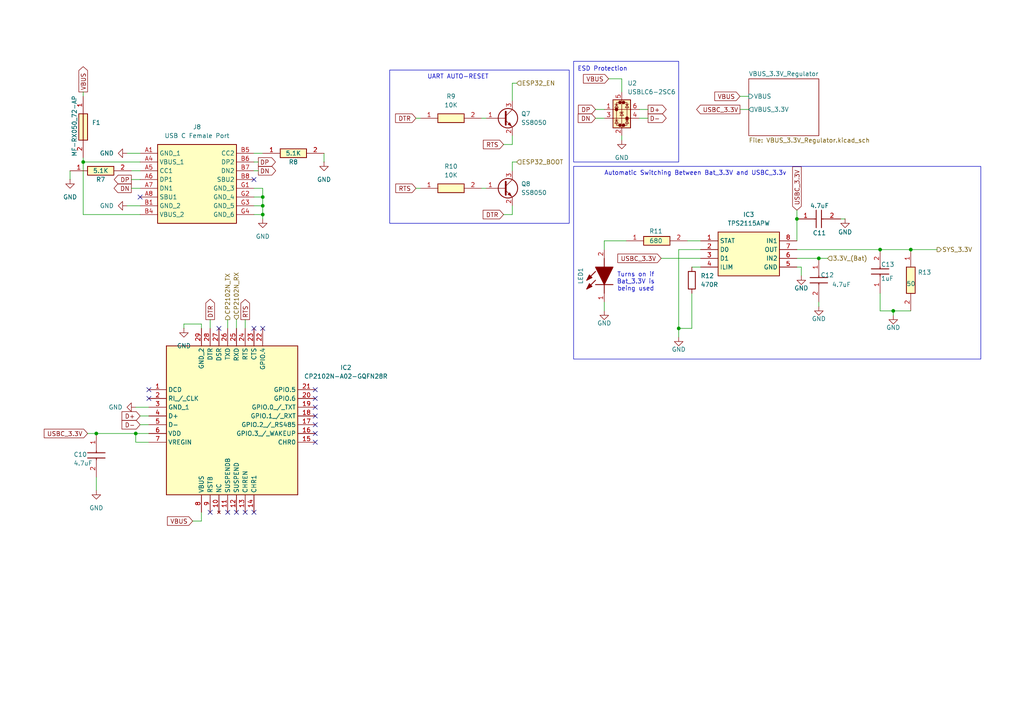
<source format=kicad_sch>
(kicad_sch
	(version 20250114)
	(generator "eeschema")
	(generator_version "9.0")
	(uuid "e91d1412-d9de-4273-aeeb-22cfb80dfe1e")
	(paper "A4")
	(lib_symbols
		(symbol "Device:R"
			(pin_numbers
				(hide yes)
			)
			(pin_names
				(offset 0)
			)
			(exclude_from_sim no)
			(in_bom yes)
			(on_board yes)
			(property "Reference" "R"
				(at 2.032 0 90)
				(effects
					(font
						(size 1.27 1.27)
					)
				)
			)
			(property "Value" "R"
				(at 0 0 90)
				(effects
					(font
						(size 1.27 1.27)
					)
				)
			)
			(property "Footprint" ""
				(at -1.778 0 90)
				(effects
					(font
						(size 1.27 1.27)
					)
					(hide yes)
				)
			)
			(property "Datasheet" "~"
				(at 0 0 0)
				(effects
					(font
						(size 1.27 1.27)
					)
					(hide yes)
				)
			)
			(property "Description" "Resistor"
				(at 0 0 0)
				(effects
					(font
						(size 1.27 1.27)
					)
					(hide yes)
				)
			)
			(property "ki_keywords" "R res resistor"
				(at 0 0 0)
				(effects
					(font
						(size 1.27 1.27)
					)
					(hide yes)
				)
			)
			(property "ki_fp_filters" "R_*"
				(at 0 0 0)
				(effects
					(font
						(size 1.27 1.27)
					)
					(hide yes)
				)
			)
			(symbol "R_0_1"
				(rectangle
					(start -1.016 -2.54)
					(end 1.016 2.54)
					(stroke
						(width 0.254)
						(type default)
					)
					(fill
						(type none)
					)
				)
			)
			(symbol "R_1_1"
				(pin passive line
					(at 0 3.81 270)
					(length 1.27)
					(name "~"
						(effects
							(font
								(size 1.27 1.27)
							)
						)
					)
					(number "1"
						(effects
							(font
								(size 1.27 1.27)
							)
						)
					)
				)
				(pin passive line
					(at 0 -3.81 90)
					(length 1.27)
					(name "~"
						(effects
							(font
								(size 1.27 1.27)
							)
						)
					)
					(number "2"
						(effects
							(font
								(size 1.27 1.27)
							)
						)
					)
				)
			)
			(embedded_fonts no)
		)
		(symbol "Power_Protection:USBLC6-2SC6"
			(pin_names
				(hide yes)
			)
			(exclude_from_sim no)
			(in_bom yes)
			(on_board yes)
			(property "Reference" "U"
				(at 0.635 5.715 0)
				(effects
					(font
						(size 1.27 1.27)
					)
					(justify left)
				)
			)
			(property "Value" "USBLC6-2SC6"
				(at 0.635 3.81 0)
				(effects
					(font
						(size 1.27 1.27)
					)
					(justify left)
				)
			)
			(property "Footprint" "Package_TO_SOT_SMD:SOT-23-6"
				(at 1.27 -6.35 0)
				(effects
					(font
						(size 1.27 1.27)
						(italic yes)
					)
					(justify left)
					(hide yes)
				)
			)
			(property "Datasheet" "https://www.st.com/resource/en/datasheet/usblc6-2.pdf"
				(at 1.27 -8.255 0)
				(effects
					(font
						(size 1.27 1.27)
					)
					(justify left)
					(hide yes)
				)
			)
			(property "Description" "Very low capacitance ESD protection diode, 2 data-line, SOT-23-6"
				(at 0 0 0)
				(effects
					(font
						(size 1.27 1.27)
					)
					(hide yes)
				)
			)
			(property "ki_keywords" "usb ethernet video"
				(at 0 0 0)
				(effects
					(font
						(size 1.27 1.27)
					)
					(hide yes)
				)
			)
			(property "ki_fp_filters" "SOT?23*"
				(at 0 0 0)
				(effects
					(font
						(size 1.27 1.27)
					)
					(hide yes)
				)
			)
			(symbol "USBLC6-2SC6_0_0"
				(circle
					(center -1.524 0)
					(radius 0.0001)
					(stroke
						(width 0.508)
						(type default)
					)
					(fill
						(type none)
					)
				)
				(circle
					(center -0.508 2.032)
					(radius 0.0001)
					(stroke
						(width 0.508)
						(type default)
					)
					(fill
						(type none)
					)
				)
				(circle
					(center -0.508 -4.572)
					(radius 0.0001)
					(stroke
						(width 0.508)
						(type default)
					)
					(fill
						(type none)
					)
				)
				(circle
					(center 0.508 2.032)
					(radius 0.0001)
					(stroke
						(width 0.508)
						(type default)
					)
					(fill
						(type none)
					)
				)
				(circle
					(center 0.508 -4.572)
					(radius 0.0001)
					(stroke
						(width 0.508)
						(type default)
					)
					(fill
						(type none)
					)
				)
				(circle
					(center 1.524 -2.54)
					(radius 0.0001)
					(stroke
						(width 0.508)
						(type default)
					)
					(fill
						(type none)
					)
				)
			)
			(symbol "USBLC6-2SC6_0_1"
				(polyline
					(pts
						(xy -2.54 0) (xy 2.54 0)
					)
					(stroke
						(width 0)
						(type default)
					)
					(fill
						(type none)
					)
				)
				(polyline
					(pts
						(xy -2.54 -2.54) (xy 2.54 -2.54)
					)
					(stroke
						(width 0)
						(type default)
					)
					(fill
						(type none)
					)
				)
				(polyline
					(pts
						(xy -2.032 0.508) (xy -1.016 0.508) (xy -1.524 1.524) (xy -2.032 0.508)
					)
					(stroke
						(width 0)
						(type default)
					)
					(fill
						(type none)
					)
				)
				(polyline
					(pts
						(xy -2.032 -3.048) (xy -1.016 -3.048)
					)
					(stroke
						(width 0)
						(type default)
					)
					(fill
						(type none)
					)
				)
				(polyline
					(pts
						(xy -1.016 1.524) (xy -2.032 1.524)
					)
					(stroke
						(width 0)
						(type default)
					)
					(fill
						(type none)
					)
				)
				(polyline
					(pts
						(xy -1.016 -4.064) (xy -2.032 -4.064) (xy -1.524 -3.048) (xy -1.016 -4.064)
					)
					(stroke
						(width 0)
						(type default)
					)
					(fill
						(type none)
					)
				)
				(polyline
					(pts
						(xy -0.508 -1.143) (xy -0.508 -0.762) (xy 0.508 -0.762)
					)
					(stroke
						(width 0)
						(type default)
					)
					(fill
						(type none)
					)
				)
				(polyline
					(pts
						(xy 0 2.54) (xy -0.508 2.032) (xy 0.508 2.032) (xy 0 1.524) (xy 0 -4.064) (xy -0.508 -4.572) (xy 0.508 -4.572)
						(xy 0 -5.08)
					)
					(stroke
						(width 0)
						(type default)
					)
					(fill
						(type none)
					)
				)
				(polyline
					(pts
						(xy 0.508 -1.778) (xy -0.508 -1.778) (xy 0 -0.762) (xy 0.508 -1.778)
					)
					(stroke
						(width 0)
						(type default)
					)
					(fill
						(type none)
					)
				)
				(polyline
					(pts
						(xy 1.016 1.524) (xy 2.032 1.524)
					)
					(stroke
						(width 0)
						(type default)
					)
					(fill
						(type none)
					)
				)
				(polyline
					(pts
						(xy 1.016 -3.048) (xy 2.032 -3.048)
					)
					(stroke
						(width 0)
						(type default)
					)
					(fill
						(type none)
					)
				)
				(polyline
					(pts
						(xy 2.032 0.508) (xy 1.016 0.508) (xy 1.524 1.524) (xy 2.032 0.508)
					)
					(stroke
						(width 0)
						(type default)
					)
					(fill
						(type none)
					)
				)
				(polyline
					(pts
						(xy 2.032 -4.064) (xy 1.016 -4.064) (xy 1.524 -3.048) (xy 2.032 -4.064)
					)
					(stroke
						(width 0)
						(type default)
					)
					(fill
						(type none)
					)
				)
			)
			(symbol "USBLC6-2SC6_1_1"
				(rectangle
					(start -2.54 2.794)
					(end 2.54 -5.334)
					(stroke
						(width 0.254)
						(type default)
					)
					(fill
						(type background)
					)
				)
				(polyline
					(pts
						(xy -0.508 2.032) (xy -1.524 2.032) (xy -1.524 -4.572) (xy -0.508 -4.572)
					)
					(stroke
						(width 0)
						(type default)
					)
					(fill
						(type none)
					)
				)
				(polyline
					(pts
						(xy 0.508 -4.572) (xy 1.524 -4.572) (xy 1.524 2.032) (xy 0.508 2.032)
					)
					(stroke
						(width 0)
						(type default)
					)
					(fill
						(type none)
					)
				)
				(pin passive line
					(at -5.08 0 0)
					(length 2.54)
					(name "I/O1"
						(effects
							(font
								(size 1.27 1.27)
							)
						)
					)
					(number "1"
						(effects
							(font
								(size 1.27 1.27)
							)
						)
					)
				)
				(pin passive line
					(at -5.08 -2.54 0)
					(length 2.54)
					(name "I/O2"
						(effects
							(font
								(size 1.27 1.27)
							)
						)
					)
					(number "3"
						(effects
							(font
								(size 1.27 1.27)
							)
						)
					)
				)
				(pin passive line
					(at 0 5.08 270)
					(length 2.54)
					(name "VBUS"
						(effects
							(font
								(size 1.27 1.27)
							)
						)
					)
					(number "5"
						(effects
							(font
								(size 1.27 1.27)
							)
						)
					)
				)
				(pin passive line
					(at 0 -7.62 90)
					(length 2.54)
					(name "GND"
						(effects
							(font
								(size 1.27 1.27)
							)
						)
					)
					(number "2"
						(effects
							(font
								(size 1.27 1.27)
							)
						)
					)
				)
				(pin passive line
					(at 5.08 0 180)
					(length 2.54)
					(name "I/O1"
						(effects
							(font
								(size 1.27 1.27)
							)
						)
					)
					(number "6"
						(effects
							(font
								(size 1.27 1.27)
							)
						)
					)
				)
				(pin passive line
					(at 5.08 -2.54 180)
					(length 2.54)
					(name "I/O2"
						(effects
							(font
								(size 1.27 1.27)
							)
						)
					)
					(number "4"
						(effects
							(font
								(size 1.27 1.27)
							)
						)
					)
				)
			)
			(embedded_fonts no)
		)
		(symbol "SamacSys_Parts:0603YC105KAZ2A"
			(pin_names
				(hide yes)
			)
			(exclude_from_sim no)
			(in_bom yes)
			(on_board yes)
			(property "Reference" "C"
				(at 8.89 6.35 0)
				(effects
					(font
						(size 1.27 1.27)
					)
					(justify left top)
				)
			)
			(property "Value" "0603YC105KAZ2A"
				(at 8.89 3.81 0)
				(effects
					(font
						(size 1.27 1.27)
					)
					(justify left top)
				)
			)
			(property "Footprint" "CAPC1608X90N"
				(at 8.89 -96.19 0)
				(effects
					(font
						(size 1.27 1.27)
					)
					(justify left top)
					(hide yes)
				)
			)
			(property "Datasheet" "https://componentsearchengine.com/Datasheets/1/06031A100FAT2A.pdf"
				(at 8.89 -196.19 0)
				(effects
					(font
						(size 1.27 1.27)
					)
					(justify left top)
					(hide yes)
				)
			)
			(property "Description" "Multilayer Ceramic Capacitors MLCC - SMD/SMT 16V 1uF X7R 0603 10%TOL"
				(at 0 0 0)
				(effects
					(font
						(size 1.27 1.27)
					)
					(hide yes)
				)
			)
			(property "Height" "0.9"
				(at 8.89 -396.19 0)
				(effects
					(font
						(size 1.27 1.27)
					)
					(justify left top)
					(hide yes)
				)
			)
			(property "Mouser Part Number" "581-0603YC105KAZ2A"
				(at 8.89 -496.19 0)
				(effects
					(font
						(size 1.27 1.27)
					)
					(justify left top)
					(hide yes)
				)
			)
			(property "Mouser Price/Stock" "https://www.mouser.co.uk/ProductDetail/KYOCERA-AVX/0603YC105KAZ2A?qs=%252BdQmOuGyFcE9PsF2K88XyA%3D%3D"
				(at 8.89 -596.19 0)
				(effects
					(font
						(size 1.27 1.27)
					)
					(justify left top)
					(hide yes)
				)
			)
			(property "Manufacturer_Name" "Kyocera AVX"
				(at 8.89 -696.19 0)
				(effects
					(font
						(size 1.27 1.27)
					)
					(justify left top)
					(hide yes)
				)
			)
			(property "Manufacturer_Part_Number" "0603YC105KAZ2A"
				(at 8.89 -796.19 0)
				(effects
					(font
						(size 1.27 1.27)
					)
					(justify left top)
					(hide yes)
				)
			)
			(symbol "0603YC105KAZ2A_1_1"
				(polyline
					(pts
						(xy 5.08 0) (xy 5.588 0)
					)
					(stroke
						(width 0.254)
						(type default)
					)
					(fill
						(type none)
					)
				)
				(polyline
					(pts
						(xy 5.588 2.54) (xy 5.588 -2.54)
					)
					(stroke
						(width 0.254)
						(type default)
					)
					(fill
						(type none)
					)
				)
				(polyline
					(pts
						(xy 7.112 2.54) (xy 7.112 -2.54)
					)
					(stroke
						(width 0.254)
						(type default)
					)
					(fill
						(type none)
					)
				)
				(polyline
					(pts
						(xy 7.112 0) (xy 7.62 0)
					)
					(stroke
						(width 0.254)
						(type default)
					)
					(fill
						(type none)
					)
				)
				(pin passive line
					(at 0 0 0)
					(length 5.08)
					(name "1"
						(effects
							(font
								(size 1.27 1.27)
							)
						)
					)
					(number "1"
						(effects
							(font
								(size 1.27 1.27)
							)
						)
					)
				)
				(pin passive line
					(at 12.7 0 180)
					(length 5.08)
					(name "2"
						(effects
							(font
								(size 1.27 1.27)
							)
						)
					)
					(number "2"
						(effects
							(font
								(size 1.27 1.27)
							)
						)
					)
				)
			)
			(embedded_fonts no)
		)
		(symbol "SamacSys_Parts:AA1608LSURSK"
			(pin_names
				(hide yes)
			)
			(exclude_from_sim no)
			(in_bom yes)
			(on_board yes)
			(property "Reference" "LED"
				(at 12.7 8.89 0)
				(effects
					(font
						(size 1.27 1.27)
					)
					(justify left bottom)
				)
			)
			(property "Value" "AA1608LSURSK"
				(at 12.7 6.35 0)
				(effects
					(font
						(size 1.27 1.27)
					)
					(justify left bottom)
				)
			)
			(property "Footprint" "AA1608LSURSK"
				(at 12.7 -93.65 0)
				(effects
					(font
						(size 1.27 1.27)
					)
					(justify left bottom)
					(hide yes)
				)
			)
			(property "Datasheet" "https://www.kingbrightusa.com/images/catalog/SPEC/AA1608LSURSK.pdf"
				(at 12.7 -193.65 0)
				(effects
					(font
						(size 1.27 1.27)
					)
					(justify left bottom)
					(hide yes)
				)
			)
			(property "Description" "1.6X0.8MM (0603) RED PLCC2 SMD L Red 630nm LED Indication - Discrete 1.75V 0603 (1608 Metric)"
				(at 0 0 0)
				(effects
					(font
						(size 1.27 1.27)
					)
					(hide yes)
				)
			)
			(property "Height" "0.7"
				(at 12.7 -393.65 0)
				(effects
					(font
						(size 1.27 1.27)
					)
					(justify left bottom)
					(hide yes)
				)
			)
			(property "Mouser Part Number" "604-AA1608LSURSK"
				(at 12.7 -493.65 0)
				(effects
					(font
						(size 1.27 1.27)
					)
					(justify left bottom)
					(hide yes)
				)
			)
			(property "Mouser Price/Stock" "https://www.mouser.co.uk/ProductDetail/Kingbright/AA1608LSURSK?qs=IKkN%2F947nfD0jefG2p0CPw%3D%3D"
				(at 12.7 -593.65 0)
				(effects
					(font
						(size 1.27 1.27)
					)
					(justify left bottom)
					(hide yes)
				)
			)
			(property "Manufacturer_Name" "Kingbright"
				(at 12.7 -693.65 0)
				(effects
					(font
						(size 1.27 1.27)
					)
					(justify left bottom)
					(hide yes)
				)
			)
			(property "Manufacturer_Part_Number" "AA1608LSURSK"
				(at 12.7 -793.65 0)
				(effects
					(font
						(size 1.27 1.27)
					)
					(justify left bottom)
					(hide yes)
				)
			)
			(symbol "AA1608LSURSK_1_1"
				(polyline
					(pts
						(xy 2.54 0) (xy 5.08 0)
					)
					(stroke
						(width 0.254)
						(type default)
					)
					(fill
						(type none)
					)
				)
				(polyline
					(pts
						(xy 5.08 2.54) (xy 5.08 -2.54)
					)
					(stroke
						(width 0.254)
						(type default)
					)
					(fill
						(type none)
					)
				)
				(polyline
					(pts
						(xy 5.08 0) (xy 10.16 2.54) (xy 10.16 -2.54) (xy 5.08 0)
					)
					(stroke
						(width 0.254)
						(type default)
					)
					(fill
						(type outline)
					)
				)
				(polyline
					(pts
						(xy 5.334 4.318) (xy 4.572 3.556) (xy 3.81 5.08) (xy 5.334 4.318)
					)
					(stroke
						(width 0.254)
						(type default)
					)
					(fill
						(type outline)
					)
				)
				(polyline
					(pts
						(xy 6.35 2.54) (xy 3.81 5.08)
					)
					(stroke
						(width 0.254)
						(type default)
					)
					(fill
						(type none)
					)
				)
				(polyline
					(pts
						(xy 7.874 4.318) (xy 7.112 3.556) (xy 6.35 5.08) (xy 7.874 4.318)
					)
					(stroke
						(width 0.254)
						(type default)
					)
					(fill
						(type outline)
					)
				)
				(polyline
					(pts
						(xy 8.89 2.54) (xy 6.35 5.08)
					)
					(stroke
						(width 0.254)
						(type default)
					)
					(fill
						(type none)
					)
				)
				(polyline
					(pts
						(xy 10.16 0) (xy 12.7 0)
					)
					(stroke
						(width 0.254)
						(type default)
					)
					(fill
						(type none)
					)
				)
				(pin passive line
					(at 0 0 0)
					(length 2.54)
					(name "K"
						(effects
							(font
								(size 1.27 1.27)
							)
						)
					)
					(number "1"
						(effects
							(font
								(size 1.27 1.27)
							)
						)
					)
				)
				(pin passive line
					(at 15.24 0 180)
					(length 2.54)
					(name "A"
						(effects
							(font
								(size 1.27 1.27)
							)
						)
					)
					(number "2"
						(effects
							(font
								(size 1.27 1.27)
							)
						)
					)
				)
			)
			(embedded_fonts no)
		)
		(symbol "SamacSys_Parts:CP2102N-A02-GQFN28R"
			(exclude_from_sim no)
			(in_bom yes)
			(on_board yes)
			(property "Reference" "IC"
				(at 44.45 17.78 0)
				(effects
					(font
						(size 1.27 1.27)
					)
					(justify left top)
				)
			)
			(property "Value" "CP2102N-A02-GQFN28R"
				(at 44.45 15.24 0)
				(effects
					(font
						(size 1.27 1.27)
					)
					(justify left top)
				)
			)
			(property "Footprint" "QFN50P500X500X80-29N-D"
				(at 44.45 -84.76 0)
				(effects
					(font
						(size 1.27 1.27)
					)
					(justify left top)
					(hide yes)
				)
			)
			(property "Datasheet" "https://www.silabs.com/documents/public/data-sheets/cp2102n-datasheet.pdf"
				(at 44.45 -184.76 0)
				(effects
					(font
						(size 1.27 1.27)
					)
					(justify left top)
					(hide yes)
				)
			)
			(property "Description" "USB Interface IC USB to UART bridge - QFN28"
				(at 0 0 0)
				(effects
					(font
						(size 1.27 1.27)
					)
					(hide yes)
				)
			)
			(property "Height" "0.8"
				(at 44.45 -384.76 0)
				(effects
					(font
						(size 1.27 1.27)
					)
					(justify left top)
					(hide yes)
				)
			)
			(property "Mouser Part Number" "634-CP2102NA02QFN28R"
				(at 44.45 -484.76 0)
				(effects
					(font
						(size 1.27 1.27)
					)
					(justify left top)
					(hide yes)
				)
			)
			(property "Mouser Price/Stock" "https://www.mouser.co.uk/ProductDetail/Silicon-Labs/CP2102N-A02-GQFN28R?qs=u16ybLDytRag4qKvSH3fTw%3D%3D"
				(at 44.45 -584.76 0)
				(effects
					(font
						(size 1.27 1.27)
					)
					(justify left top)
					(hide yes)
				)
			)
			(property "Manufacturer_Name" "Silicon Labs"
				(at 44.45 -684.76 0)
				(effects
					(font
						(size 1.27 1.27)
					)
					(justify left top)
					(hide yes)
				)
			)
			(property "Manufacturer_Part_Number" "CP2102N-A02-GQFN28R"
				(at 44.45 -784.76 0)
				(effects
					(font
						(size 1.27 1.27)
					)
					(justify left top)
					(hide yes)
				)
			)
			(symbol "CP2102N-A02-GQFN28R_1_1"
				(rectangle
					(start 5.08 12.7)
					(end 43.18 -30.48)
					(stroke
						(width 0.254)
						(type default)
					)
					(fill
						(type background)
					)
				)
				(pin passive line
					(at 0 0 0)
					(length 5.08)
					(name "DCD"
						(effects
							(font
								(size 1.27 1.27)
							)
						)
					)
					(number "1"
						(effects
							(font
								(size 1.27 1.27)
							)
						)
					)
				)
				(pin passive line
					(at 0 -2.54 0)
					(length 5.08)
					(name "RI_/_CLK"
						(effects
							(font
								(size 1.27 1.27)
							)
						)
					)
					(number "2"
						(effects
							(font
								(size 1.27 1.27)
							)
						)
					)
				)
				(pin passive line
					(at 0 -5.08 0)
					(length 5.08)
					(name "GND_1"
						(effects
							(font
								(size 1.27 1.27)
							)
						)
					)
					(number "3"
						(effects
							(font
								(size 1.27 1.27)
							)
						)
					)
				)
				(pin passive line
					(at 0 -7.62 0)
					(length 5.08)
					(name "D+"
						(effects
							(font
								(size 1.27 1.27)
							)
						)
					)
					(number "4"
						(effects
							(font
								(size 1.27 1.27)
							)
						)
					)
				)
				(pin passive line
					(at 0 -10.16 0)
					(length 5.08)
					(name "D-"
						(effects
							(font
								(size 1.27 1.27)
							)
						)
					)
					(number "5"
						(effects
							(font
								(size 1.27 1.27)
							)
						)
					)
				)
				(pin passive line
					(at 0 -12.7 0)
					(length 5.08)
					(name "VDD"
						(effects
							(font
								(size 1.27 1.27)
							)
						)
					)
					(number "6"
						(effects
							(font
								(size 1.27 1.27)
							)
						)
					)
				)
				(pin passive line
					(at 0 -15.24 0)
					(length 5.08)
					(name "VREGIN"
						(effects
							(font
								(size 1.27 1.27)
							)
						)
					)
					(number "7"
						(effects
							(font
								(size 1.27 1.27)
							)
						)
					)
				)
				(pin passive line
					(at 15.24 17.78 270)
					(length 5.08)
					(name "GND_2"
						(effects
							(font
								(size 1.27 1.27)
							)
						)
					)
					(number "29"
						(effects
							(font
								(size 1.27 1.27)
							)
						)
					)
				)
				(pin passive line
					(at 15.24 -35.56 90)
					(length 5.08)
					(name "VBUS"
						(effects
							(font
								(size 1.27 1.27)
							)
						)
					)
					(number "8"
						(effects
							(font
								(size 1.27 1.27)
							)
						)
					)
				)
				(pin passive line
					(at 17.78 17.78 270)
					(length 5.08)
					(name "DTR"
						(effects
							(font
								(size 1.27 1.27)
							)
						)
					)
					(number "28"
						(effects
							(font
								(size 1.27 1.27)
							)
						)
					)
				)
				(pin passive line
					(at 17.78 -35.56 90)
					(length 5.08)
					(name "RSTB"
						(effects
							(font
								(size 1.27 1.27)
							)
						)
					)
					(number "9"
						(effects
							(font
								(size 1.27 1.27)
							)
						)
					)
				)
				(pin passive line
					(at 20.32 17.78 270)
					(length 5.08)
					(name "DSR"
						(effects
							(font
								(size 1.27 1.27)
							)
						)
					)
					(number "27"
						(effects
							(font
								(size 1.27 1.27)
							)
						)
					)
				)
				(pin no_connect line
					(at 20.32 -35.56 90)
					(length 5.08)
					(name "NC"
						(effects
							(font
								(size 1.27 1.27)
							)
						)
					)
					(number "10"
						(effects
							(font
								(size 1.27 1.27)
							)
						)
					)
				)
				(pin passive line
					(at 22.86 17.78 270)
					(length 5.08)
					(name "TXD"
						(effects
							(font
								(size 1.27 1.27)
							)
						)
					)
					(number "26"
						(effects
							(font
								(size 1.27 1.27)
							)
						)
					)
				)
				(pin passive line
					(at 22.86 -35.56 90)
					(length 5.08)
					(name "SUSPENDB"
						(effects
							(font
								(size 1.27 1.27)
							)
						)
					)
					(number "11"
						(effects
							(font
								(size 1.27 1.27)
							)
						)
					)
				)
				(pin passive line
					(at 25.4 17.78 270)
					(length 5.08)
					(name "RXD"
						(effects
							(font
								(size 1.27 1.27)
							)
						)
					)
					(number "25"
						(effects
							(font
								(size 1.27 1.27)
							)
						)
					)
				)
				(pin passive line
					(at 25.4 -35.56 90)
					(length 5.08)
					(name "SUSPEND"
						(effects
							(font
								(size 1.27 1.27)
							)
						)
					)
					(number "12"
						(effects
							(font
								(size 1.27 1.27)
							)
						)
					)
				)
				(pin passive line
					(at 27.94 17.78 270)
					(length 5.08)
					(name "RTS"
						(effects
							(font
								(size 1.27 1.27)
							)
						)
					)
					(number "24"
						(effects
							(font
								(size 1.27 1.27)
							)
						)
					)
				)
				(pin passive line
					(at 27.94 -35.56 90)
					(length 5.08)
					(name "CHREN"
						(effects
							(font
								(size 1.27 1.27)
							)
						)
					)
					(number "13"
						(effects
							(font
								(size 1.27 1.27)
							)
						)
					)
				)
				(pin passive line
					(at 30.48 17.78 270)
					(length 5.08)
					(name "CTS"
						(effects
							(font
								(size 1.27 1.27)
							)
						)
					)
					(number "23"
						(effects
							(font
								(size 1.27 1.27)
							)
						)
					)
				)
				(pin passive line
					(at 30.48 -35.56 90)
					(length 5.08)
					(name "CHR1"
						(effects
							(font
								(size 1.27 1.27)
							)
						)
					)
					(number "14"
						(effects
							(font
								(size 1.27 1.27)
							)
						)
					)
				)
				(pin passive line
					(at 33.02 17.78 270)
					(length 5.08)
					(name "GPIO.4"
						(effects
							(font
								(size 1.27 1.27)
							)
						)
					)
					(number "22"
						(effects
							(font
								(size 1.27 1.27)
							)
						)
					)
				)
				(pin passive line
					(at 48.26 0 180)
					(length 5.08)
					(name "GPIO.5"
						(effects
							(font
								(size 1.27 1.27)
							)
						)
					)
					(number "21"
						(effects
							(font
								(size 1.27 1.27)
							)
						)
					)
				)
				(pin passive line
					(at 48.26 -2.54 180)
					(length 5.08)
					(name "GPIO.6"
						(effects
							(font
								(size 1.27 1.27)
							)
						)
					)
					(number "20"
						(effects
							(font
								(size 1.27 1.27)
							)
						)
					)
				)
				(pin passive line
					(at 48.26 -5.08 180)
					(length 5.08)
					(name "GPIO.0_/_TXT"
						(effects
							(font
								(size 1.27 1.27)
							)
						)
					)
					(number "19"
						(effects
							(font
								(size 1.27 1.27)
							)
						)
					)
				)
				(pin passive line
					(at 48.26 -7.62 180)
					(length 5.08)
					(name "GPIO.1_/_RXT"
						(effects
							(font
								(size 1.27 1.27)
							)
						)
					)
					(number "18"
						(effects
							(font
								(size 1.27 1.27)
							)
						)
					)
				)
				(pin passive line
					(at 48.26 -10.16 180)
					(length 5.08)
					(name "GPIO.2_/_RS485"
						(effects
							(font
								(size 1.27 1.27)
							)
						)
					)
					(number "17"
						(effects
							(font
								(size 1.27 1.27)
							)
						)
					)
				)
				(pin passive line
					(at 48.26 -12.7 180)
					(length 5.08)
					(name "GPIO.3_/_WAKEUP"
						(effects
							(font
								(size 1.27 1.27)
							)
						)
					)
					(number "16"
						(effects
							(font
								(size 1.27 1.27)
							)
						)
					)
				)
				(pin passive line
					(at 48.26 -15.24 180)
					(length 5.08)
					(name "CHR0"
						(effects
							(font
								(size 1.27 1.27)
							)
						)
					)
					(number "15"
						(effects
							(font
								(size 1.27 1.27)
							)
						)
					)
				)
			)
			(embedded_fonts no)
		)
		(symbol "SamacSys_Parts:CR0603-FX-6800ELF"
			(pin_names
				(hide yes)
			)
			(exclude_from_sim no)
			(in_bom yes)
			(on_board yes)
			(property "Reference" "R"
				(at 13.97 6.35 0)
				(effects
					(font
						(size 1.27 1.27)
					)
					(justify left top)
				)
			)
			(property "Value" "CR0603-FX-6800ELF"
				(at 13.97 3.81 0)
				(effects
					(font
						(size 1.27 1.27)
					)
					(justify left top)
				)
			)
			(property "Footprint" "RESC1608X55N"
				(at 13.97 -96.19 0)
				(effects
					(font
						(size 1.27 1.27)
					)
					(justify left top)
					(hide yes)
				)
			)
			(property "Datasheet" "https://www.bourns.com/pdfs/chpreztr.pdf"
				(at 13.97 -196.19 0)
				(effects
					(font
						(size 1.27 1.27)
					)
					(justify left top)
					(hide yes)
				)
			)
			(property "Description" "BOURNS - CR0603-FX-6800ELF - RES, 680R, 1%, 0603, THICK FILM"
				(at 0 0 0)
				(effects
					(font
						(size 1.27 1.27)
					)
					(hide yes)
				)
			)
			(property "Height" "0.55"
				(at 13.97 -396.19 0)
				(effects
					(font
						(size 1.27 1.27)
					)
					(justify left top)
					(hide yes)
				)
			)
			(property "Mouser Part Number" "652-CR0603FX-6800ELF"
				(at 13.97 -496.19 0)
				(effects
					(font
						(size 1.27 1.27)
					)
					(justify left top)
					(hide yes)
				)
			)
			(property "Mouser Price/Stock" "https://www.mouser.co.uk/ProductDetail/Bourns/CR0603-FX-6800ELF?qs=0nF2VnfAjXlQv%252B4gY05i1Q%3D%3D"
				(at 13.97 -596.19 0)
				(effects
					(font
						(size 1.27 1.27)
					)
					(justify left top)
					(hide yes)
				)
			)
			(property "Manufacturer_Name" "Bourns"
				(at 13.97 -696.19 0)
				(effects
					(font
						(size 1.27 1.27)
					)
					(justify left top)
					(hide yes)
				)
			)
			(property "Manufacturer_Part_Number" "CR0603-FX-6800ELF"
				(at 13.97 -796.19 0)
				(effects
					(font
						(size 1.27 1.27)
					)
					(justify left top)
					(hide yes)
				)
			)
			(symbol "CR0603-FX-6800ELF_1_1"
				(rectangle
					(start 5.08 1.27)
					(end 12.7 -1.27)
					(stroke
						(width 0.254)
						(type default)
					)
					(fill
						(type background)
					)
				)
				(pin passive line
					(at 0 0 0)
					(length 5.08)
					(name "1"
						(effects
							(font
								(size 1.27 1.27)
							)
						)
					)
					(number "1"
						(effects
							(font
								(size 1.27 1.27)
							)
						)
					)
				)
				(pin passive line
					(at 17.78 0 180)
					(length 5.08)
					(name "2"
						(effects
							(font
								(size 1.27 1.27)
							)
						)
					)
					(number "2"
						(effects
							(font
								(size 1.27 1.27)
							)
						)
					)
				)
			)
			(embedded_fonts no)
		)
		(symbol "SamacSys_Parts:CRCW060310K0FKEI"
			(pin_names
				(hide yes)
			)
			(exclude_from_sim no)
			(in_bom yes)
			(on_board yes)
			(property "Reference" "R"
				(at 13.97 6.35 0)
				(effects
					(font
						(size 1.27 1.27)
					)
					(justify left top)
				)
			)
			(property "Value" "CRCW060310K0FKEI"
				(at 13.97 3.81 0)
				(effects
					(font
						(size 1.27 1.27)
					)
					(justify left top)
				)
			)
			(property "Footprint" "RESC1608X50N"
				(at 13.97 -96.19 0)
				(effects
					(font
						(size 1.27 1.27)
					)
					(justify left top)
					(hide yes)
				)
			)
			(property "Datasheet" "http://www.vishay.com/docs/20035/dcrcwe3.pdf"
				(at 13.97 -196.19 0)
				(effects
					(font
						(size 1.27 1.27)
					)
					(justify left top)
					(hide yes)
				)
			)
			(property "Description" "Standard Thick Film Chip Resistors value 10K0 ohm."
				(at 0 0 0)
				(effects
					(font
						(size 1.27 1.27)
					)
					(hide yes)
				)
			)
			(property "Height" "0.5"
				(at 13.97 -396.19 0)
				(effects
					(font
						(size 1.27 1.27)
					)
					(justify left top)
					(hide yes)
				)
			)
			(property "Mouser Part Number" "71-CRCW060310K0FKEI"
				(at 13.97 -496.19 0)
				(effects
					(font
						(size 1.27 1.27)
					)
					(justify left top)
					(hide yes)
				)
			)
			(property "Mouser Price/Stock" "https://www.mouser.co.uk/ProductDetail/Vishay-Dale/CRCW060310K0FKEI?qs=3qWEzBg5KnKofE%252B8acPBRA%3D%3D"
				(at 13.97 -596.19 0)
				(effects
					(font
						(size 1.27 1.27)
					)
					(justify left top)
					(hide yes)
				)
			)
			(property "Manufacturer_Name" "Vishay"
				(at 13.97 -696.19 0)
				(effects
					(font
						(size 1.27 1.27)
					)
					(justify left top)
					(hide yes)
				)
			)
			(property "Manufacturer_Part_Number" "CRCW060310K0FKEI"
				(at 13.97 -796.19 0)
				(effects
					(font
						(size 1.27 1.27)
					)
					(justify left top)
					(hide yes)
				)
			)
			(symbol "CRCW060310K0FKEI_1_1"
				(rectangle
					(start 5.08 1.27)
					(end 12.7 -1.27)
					(stroke
						(width 0.254)
						(type default)
					)
					(fill
						(type background)
					)
				)
				(pin passive line
					(at 0 0 0)
					(length 5.08)
					(name "1"
						(effects
							(font
								(size 1.27 1.27)
							)
						)
					)
					(number "1"
						(effects
							(font
								(size 1.27 1.27)
							)
						)
					)
				)
				(pin passive line
					(at 17.78 0 180)
					(length 5.08)
					(name "2"
						(effects
							(font
								(size 1.27 1.27)
							)
						)
					)
					(number "2"
						(effects
							(font
								(size 1.27 1.27)
							)
						)
					)
				)
			)
			(embedded_fonts no)
		)
		(symbol "SamacSys_Parts:ERA-8ARB512V"
			(pin_names
				(hide yes)
			)
			(exclude_from_sim no)
			(in_bom yes)
			(on_board yes)
			(property "Reference" "R"
				(at 13.97 6.35 0)
				(effects
					(font
						(size 1.27 1.27)
					)
					(justify left top)
				)
			)
			(property "Value" "ERA-8ARB512V"
				(at 13.97 3.81 0)
				(effects
					(font
						(size 1.27 1.27)
					)
					(justify left top)
				)
			)
			(property "Footprint" "RESC3216X70N"
				(at 13.97 -96.19 0)
				(effects
					(font
						(size 1.27 1.27)
					)
					(justify left top)
					(hide yes)
				)
			)
			(property "Datasheet" "https://industrial.panasonic.com/cdbs/www-data/pdf/RDM0000/AOA0000C307.pdf"
				(at 13.97 -196.19 0)
				(effects
					(font
						(size 1.27 1.27)
					)
					(justify left top)
					(hide yes)
				)
			)
			(property "Description" "Metal Thin Film Chip Resistor, 1206, 0.25W"
				(at 0 0 0)
				(effects
					(font
						(size 1.27 1.27)
					)
					(hide yes)
				)
			)
			(property "Height" "0.7"
				(at 13.97 -396.19 0)
				(effects
					(font
						(size 1.27 1.27)
					)
					(justify left top)
					(hide yes)
				)
			)
			(property "Mouser Part Number" "667-ERA-8ARB512V"
				(at 13.97 -496.19 0)
				(effects
					(font
						(size 1.27 1.27)
					)
					(justify left top)
					(hide yes)
				)
			)
			(property "Mouser Price/Stock" "https://www.mouser.co.uk/ProductDetail/Panasonic/ERA-8ARB512V?qs=6%252Bc%252B2ke79U5SMWj%2FkMBHmA%3D%3D"
				(at 13.97 -596.19 0)
				(effects
					(font
						(size 1.27 1.27)
					)
					(justify left top)
					(hide yes)
				)
			)
			(property "Manufacturer_Name" "Panasonic"
				(at 13.97 -696.19 0)
				(effects
					(font
						(size 1.27 1.27)
					)
					(justify left top)
					(hide yes)
				)
			)
			(property "Manufacturer_Part_Number" "ERA-8ARB512V"
				(at 13.97 -796.19 0)
				(effects
					(font
						(size 1.27 1.27)
					)
					(justify left top)
					(hide yes)
				)
			)
			(symbol "ERA-8ARB512V_1_1"
				(rectangle
					(start 5.08 1.27)
					(end 12.7 -1.27)
					(stroke
						(width 0.254)
						(type default)
					)
					(fill
						(type background)
					)
				)
				(pin passive line
					(at 0 0 0)
					(length 5.08)
					(name "1"
						(effects
							(font
								(size 1.27 1.27)
							)
						)
					)
					(number "1"
						(effects
							(font
								(size 1.27 1.27)
							)
						)
					)
				)
				(pin passive line
					(at 17.78 0 180)
					(length 5.08)
					(name "2"
						(effects
							(font
								(size 1.27 1.27)
							)
						)
					)
					(number "2"
						(effects
							(font
								(size 1.27 1.27)
							)
						)
					)
				)
			)
			(embedded_fonts no)
		)
		(symbol "SamacSys_Parts:FC0402E50R0BTBS"
			(pin_names
				(hide yes)
			)
			(exclude_from_sim no)
			(in_bom yes)
			(on_board yes)
			(property "Reference" "R"
				(at 13.97 6.35 0)
				(effects
					(font
						(size 1.27 1.27)
					)
					(justify left top)
				)
			)
			(property "Value" "FC0402E50R0BTBS"
				(at 13.97 3.81 0)
				(effects
					(font
						(size 1.27 1.27)
					)
					(justify left top)
				)
			)
			(property "Footprint" "RESC1106X38N"
				(at 13.97 -96.19 0)
				(effects
					(font
						(size 1.27 1.27)
					)
					(justify left top)
					(hide yes)
				)
			)
			(property "Datasheet" "https://www.vishay.com/docs/60093/fcseries.pdf"
				(at 13.97 -196.19 0)
				(effects
					(font
						(size 1.27 1.27)
					)
					(justify left top)
					(hide yes)
				)
			)
			(property "Description" "High Frequency/RF Resistors 50ohms 0.1% 25ppm"
				(at 0 0 0)
				(effects
					(font
						(size 1.27 1.27)
					)
					(hide yes)
				)
			)
			(property "Height" "0.382"
				(at 13.97 -396.19 0)
				(effects
					(font
						(size 1.27 1.27)
					)
					(justify left top)
					(hide yes)
				)
			)
			(property "Mouser Part Number" "71-FC0402E50R0BTBS"
				(at 13.97 -496.19 0)
				(effects
					(font
						(size 1.27 1.27)
					)
					(justify left top)
					(hide yes)
				)
			)
			(property "Mouser Price/Stock" "https://www.mouser.co.uk/ProductDetail/Vishay-Thin-Film/FC0402E50R0BTBS?qs=ROh%252BA47s9d2YMuoKviyvHg%3D%3D"
				(at 13.97 -596.19 0)
				(effects
					(font
						(size 1.27 1.27)
					)
					(justify left top)
					(hide yes)
				)
			)
			(property "Manufacturer_Name" "Vishay"
				(at 13.97 -696.19 0)
				(effects
					(font
						(size 1.27 1.27)
					)
					(justify left top)
					(hide yes)
				)
			)
			(property "Manufacturer_Part_Number" "FC0402E50R0BTBS"
				(at 13.97 -796.19 0)
				(effects
					(font
						(size 1.27 1.27)
					)
					(justify left top)
					(hide yes)
				)
			)
			(symbol "FC0402E50R0BTBS_1_1"
				(rectangle
					(start 5.08 1.27)
					(end 12.7 -1.27)
					(stroke
						(width 0.254)
						(type default)
					)
					(fill
						(type background)
					)
				)
				(pin passive line
					(at 0 0 0)
					(length 5.08)
					(name "1"
						(effects
							(font
								(size 1.27 1.27)
							)
						)
					)
					(number "1"
						(effects
							(font
								(size 1.27 1.27)
							)
						)
					)
				)
				(pin passive line
					(at 17.78 0 180)
					(length 5.08)
					(name "2"
						(effects
							(font
								(size 1.27 1.27)
							)
						)
					)
					(number "2"
						(effects
							(font
								(size 1.27 1.27)
							)
						)
					)
				)
			)
			(embedded_fonts no)
		)
		(symbol "SamacSys_Parts:HMK325C7475KN-TE"
			(pin_names
				(hide yes)
			)
			(exclude_from_sim no)
			(in_bom yes)
			(on_board yes)
			(property "Reference" "C"
				(at 8.89 6.35 0)
				(effects
					(font
						(size 1.27 1.27)
					)
					(justify left top)
				)
			)
			(property "Value" "HMK325C7475KN-TE"
				(at 8.89 3.81 0)
				(effects
					(font
						(size 1.27 1.27)
					)
					(justify left top)
				)
			)
			(property "Footprint" "CAPC3225X210N"
				(at 8.89 -96.19 0)
				(effects
					(font
						(size 1.27 1.27)
					)
					(justify left top)
					(hide yes)
				)
			)
			(property "Datasheet" "https://ds.yuden.co.jp/TYCOMPAS/ut/download?pn=LMK063BBJ474MPLF&fileType=CA"
				(at 8.89 -196.19 0)
				(effects
					(font
						(size 1.27 1.27)
					)
					(justify left top)
					(hide yes)
				)
			)
			(property "Description" "Multilayer Ceramic Capacitors MLCC - SMD/SMT 1210 100VDC 4.7uF 10% X7S"
				(at 0 0 0)
				(effects
					(font
						(size 1.27 1.27)
					)
					(hide yes)
				)
			)
			(property "Height" "2.1"
				(at 8.89 -396.19 0)
				(effects
					(font
						(size 1.27 1.27)
					)
					(justify left top)
					(hide yes)
				)
			)
			(property "Mouser Part Number" "963-HMK325C7475KN-TE"
				(at 8.89 -496.19 0)
				(effects
					(font
						(size 1.27 1.27)
					)
					(justify left top)
					(hide yes)
				)
			)
			(property "Mouser Price/Stock" "https://www.mouser.co.uk/ProductDetail/TAIYO-YUDEN/HMK325C7475KN-TE?qs=VWNNG7jHlrLx990u%2FY7uIw%3D%3D"
				(at 8.89 -596.19 0)
				(effects
					(font
						(size 1.27 1.27)
					)
					(justify left top)
					(hide yes)
				)
			)
			(property "Manufacturer_Name" "TAIYO YUDEN"
				(at 8.89 -696.19 0)
				(effects
					(font
						(size 1.27 1.27)
					)
					(justify left top)
					(hide yes)
				)
			)
			(property "Manufacturer_Part_Number" "HMK325C7475KN-TE"
				(at 8.89 -796.19 0)
				(effects
					(font
						(size 1.27 1.27)
					)
					(justify left top)
					(hide yes)
				)
			)
			(symbol "HMK325C7475KN-TE_1_1"
				(polyline
					(pts
						(xy 5.08 0) (xy 5.588 0)
					)
					(stroke
						(width 0.254)
						(type default)
					)
					(fill
						(type none)
					)
				)
				(polyline
					(pts
						(xy 5.588 2.54) (xy 5.588 -2.54)
					)
					(stroke
						(width 0.254)
						(type default)
					)
					(fill
						(type none)
					)
				)
				(polyline
					(pts
						(xy 7.112 2.54) (xy 7.112 -2.54)
					)
					(stroke
						(width 0.254)
						(type default)
					)
					(fill
						(type none)
					)
				)
				(polyline
					(pts
						(xy 7.112 0) (xy 7.62 0)
					)
					(stroke
						(width 0.254)
						(type default)
					)
					(fill
						(type none)
					)
				)
				(pin passive line
					(at 0 0 0)
					(length 5.08)
					(name "1"
						(effects
							(font
								(size 1.27 1.27)
							)
						)
					)
					(number "1"
						(effects
							(font
								(size 1.27 1.27)
							)
						)
					)
				)
				(pin passive line
					(at 12.7 0 180)
					(length 5.08)
					(name "2"
						(effects
							(font
								(size 1.27 1.27)
							)
						)
					)
					(number "2"
						(effects
							(font
								(size 1.27 1.27)
							)
						)
					)
				)
			)
			(embedded_fonts no)
		)
		(symbol "SamacSys_Parts:MF-RX050_72-AP"
			(pin_names
				(hide yes)
			)
			(exclude_from_sim no)
			(in_bom yes)
			(on_board yes)
			(property "Reference" "F"
				(at 13.97 6.35 0)
				(effects
					(font
						(size 1.27 1.27)
					)
					(justify left top)
				)
			)
			(property "Value" "MF-RX050_72-AP"
				(at 13.97 3.81 0)
				(effects
					(font
						(size 1.27 1.27)
					)
					(justify left top)
				)
			)
			(property "Footprint" "MFRX05072AP"
				(at 13.97 -96.19 0)
				(effects
					(font
						(size 1.27 1.27)
					)
					(justify left top)
					(hide yes)
				)
			)
			(property "Datasheet" "https://www.bourns.com/docs/product-datasheets/mf-rx72.pdf"
				(at 13.97 -196.19 0)
				(effects
					(font
						(size 1.27 1.27)
					)
					(justify left top)
					(hide yes)
				)
			)
			(property "Description" "Resettable Fuses - PPTC PTC RESETTABLE 0.5A 72V RADIAL LEADED"
				(at 0 0 0)
				(effects
					(font
						(size 1.27 1.27)
					)
					(hide yes)
				)
			)
			(property "Height" "13.7"
				(at 13.97 -396.19 0)
				(effects
					(font
						(size 1.27 1.27)
					)
					(justify left top)
					(hide yes)
				)
			)
			(property "Mouser Part Number" "652-MF-RX050/72-AP"
				(at 13.97 -496.19 0)
				(effects
					(font
						(size 1.27 1.27)
					)
					(justify left top)
					(hide yes)
				)
			)
			(property "Mouser Price/Stock" "https://www.mouser.co.uk/ProductDetail/Bourns/MF-RX050-72-AP?qs=h2IHEVivlqCsl1ZPkjS36w%3D%3D"
				(at 13.97 -596.19 0)
				(effects
					(font
						(size 1.27 1.27)
					)
					(justify left top)
					(hide yes)
				)
			)
			(property "Manufacturer_Name" "Bourns"
				(at 13.97 -696.19 0)
				(effects
					(font
						(size 1.27 1.27)
					)
					(justify left top)
					(hide yes)
				)
			)
			(property "Manufacturer_Part_Number" "MF-RX050/72-AP"
				(at 13.97 -796.19 0)
				(effects
					(font
						(size 1.27 1.27)
					)
					(justify left top)
					(hide yes)
				)
			)
			(symbol "MF-RX050_72-AP_1_1"
				(rectangle
					(start 5.08 1.27)
					(end 12.7 -1.27)
					(stroke
						(width 0.254)
						(type default)
					)
					(fill
						(type background)
					)
				)
				(polyline
					(pts
						(xy 5.08 0) (xy 12.7 0)
					)
					(stroke
						(width 0.254)
						(type default)
					)
					(fill
						(type none)
					)
				)
				(pin passive line
					(at 0 0 0)
					(length 5.08)
					(name "1"
						(effects
							(font
								(size 1.27 1.27)
							)
						)
					)
					(number "1"
						(effects
							(font
								(size 1.27 1.27)
							)
						)
					)
				)
				(pin passive line
					(at 17.78 0 180)
					(length 5.08)
					(name "2"
						(effects
							(font
								(size 1.27 1.27)
							)
						)
					)
					(number "2"
						(effects
							(font
								(size 1.27 1.27)
							)
						)
					)
				)
			)
			(embedded_fonts no)
		)
		(symbol "SamacSys_Parts:TPS2115APW"
			(exclude_from_sim no)
			(in_bom yes)
			(on_board yes)
			(property "Reference" "IC"
				(at 24.13 7.62 0)
				(effects
					(font
						(size 1.27 1.27)
					)
					(justify left top)
				)
			)
			(property "Value" "TPS2115APW"
				(at 24.13 5.08 0)
				(effects
					(font
						(size 1.27 1.27)
					)
					(justify left top)
				)
			)
			(property "Footprint" "SOP65P640X120-8N"
				(at 24.13 -94.92 0)
				(effects
					(font
						(size 1.27 1.27)
					)
					(justify left top)
					(hide yes)
				)
			)
			(property "Datasheet" "http://www.ti.com/lit/ds/symlink/tps2115a.pdf"
				(at 24.13 -194.92 0)
				(effects
					(font
						(size 1.27 1.27)
					)
					(justify left top)
					(hide yes)
				)
			)
			(property "Description" "Pwr Mux Autoswitch 1.5V to 5.5V 1.25A"
				(at 0 0 0)
				(effects
					(font
						(size 1.27 1.27)
					)
					(hide yes)
				)
			)
			(property "Height" "1.2"
				(at 24.13 -394.92 0)
				(effects
					(font
						(size 1.27 1.27)
					)
					(justify left top)
					(hide yes)
				)
			)
			(property "Mouser Part Number" "595-TPS2115APW"
				(at 24.13 -494.92 0)
				(effects
					(font
						(size 1.27 1.27)
					)
					(justify left top)
					(hide yes)
				)
			)
			(property "Mouser Price/Stock" "https://www.mouser.co.uk/ProductDetail/Texas-Instruments/TPS2115APW?qs=ojKcPFmCWSV6g5xXyJEDWQ%3D%3D"
				(at 24.13 -594.92 0)
				(effects
					(font
						(size 1.27 1.27)
					)
					(justify left top)
					(hide yes)
				)
			)
			(property "Manufacturer_Name" "Texas Instruments"
				(at 24.13 -694.92 0)
				(effects
					(font
						(size 1.27 1.27)
					)
					(justify left top)
					(hide yes)
				)
			)
			(property "Manufacturer_Part_Number" "TPS2115APW"
				(at 24.13 -794.92 0)
				(effects
					(font
						(size 1.27 1.27)
					)
					(justify left top)
					(hide yes)
				)
			)
			(symbol "TPS2115APW_1_1"
				(rectangle
					(start 5.08 2.54)
					(end 22.86 -10.16)
					(stroke
						(width 0.254)
						(type default)
					)
					(fill
						(type background)
					)
				)
				(pin passive line
					(at 0 0 0)
					(length 5.08)
					(name "STAT"
						(effects
							(font
								(size 1.27 1.27)
							)
						)
					)
					(number "1"
						(effects
							(font
								(size 1.27 1.27)
							)
						)
					)
				)
				(pin passive line
					(at 0 -2.54 0)
					(length 5.08)
					(name "D0"
						(effects
							(font
								(size 1.27 1.27)
							)
						)
					)
					(number "2"
						(effects
							(font
								(size 1.27 1.27)
							)
						)
					)
				)
				(pin passive line
					(at 0 -5.08 0)
					(length 5.08)
					(name "D1"
						(effects
							(font
								(size 1.27 1.27)
							)
						)
					)
					(number "3"
						(effects
							(font
								(size 1.27 1.27)
							)
						)
					)
				)
				(pin passive line
					(at 0 -7.62 0)
					(length 5.08)
					(name "ILIM"
						(effects
							(font
								(size 1.27 1.27)
							)
						)
					)
					(number "4"
						(effects
							(font
								(size 1.27 1.27)
							)
						)
					)
				)
				(pin passive line
					(at 27.94 0 180)
					(length 5.08)
					(name "IN1"
						(effects
							(font
								(size 1.27 1.27)
							)
						)
					)
					(number "8"
						(effects
							(font
								(size 1.27 1.27)
							)
						)
					)
				)
				(pin passive line
					(at 27.94 -2.54 180)
					(length 5.08)
					(name "OUT"
						(effects
							(font
								(size 1.27 1.27)
							)
						)
					)
					(number "7"
						(effects
							(font
								(size 1.27 1.27)
							)
						)
					)
				)
				(pin passive line
					(at 27.94 -5.08 180)
					(length 5.08)
					(name "IN2"
						(effects
							(font
								(size 1.27 1.27)
							)
						)
					)
					(number "6"
						(effects
							(font
								(size 1.27 1.27)
							)
						)
					)
				)
				(pin passive line
					(at 27.94 -7.62 180)
					(length 5.08)
					(name "GND"
						(effects
							(font
								(size 1.27 1.27)
							)
						)
					)
					(number "5"
						(effects
							(font
								(size 1.27 1.27)
							)
						)
					)
				)
			)
			(embedded_fonts no)
		)
		(symbol "SamacSys_Parts:USB4216-03-A"
			(exclude_from_sim no)
			(in_bom yes)
			(on_board yes)
			(property "Reference" "J"
				(at 29.21 7.62 0)
				(effects
					(font
						(size 1.27 1.27)
					)
					(justify left top)
				)
			)
			(property "Value" "USB4216-03-A"
				(at 29.21 5.08 0)
				(effects
					(font
						(size 1.27 1.27)
					)
					(justify left top)
				)
			)
			(property "Footprint" "USB421603A"
				(at 29.21 -94.92 0)
				(effects
					(font
						(size 1.27 1.27)
					)
					(justify left top)
					(hide yes)
				)
			)
			(property "Datasheet" ""
				(at 29.21 -194.92 0)
				(effects
					(font
						(size 1.27 1.27)
					)
					(justify left top)
					(hide yes)
				)
			)
			(property "Description" "USB Connectors USB C Receptacle, Short Body, USB2.0, 16Pin, Horizontal, SMT"
				(at 0 0 0)
				(effects
					(font
						(size 1.27 1.27)
					)
					(hide yes)
				)
			)
			(property "Height" ""
				(at 29.21 -394.92 0)
				(effects
					(font
						(size 1.27 1.27)
					)
					(justify left top)
					(hide yes)
				)
			)
			(property "Mouser Part Number" "640-USB4216-03-A"
				(at 29.21 -494.92 0)
				(effects
					(font
						(size 1.27 1.27)
					)
					(justify left top)
					(hide yes)
				)
			)
			(property "Mouser Price/Stock" "https://www.mouser.co.uk/ProductDetail/GCT/USB4216-03-A?qs=Tc%252BHE9vUsnv1G2UWLFIexA%3D%3D"
				(at 29.21 -594.92 0)
				(effects
					(font
						(size 1.27 1.27)
					)
					(justify left top)
					(hide yes)
				)
			)
			(property "Manufacturer_Name" "GCT (GLOBAL CONNECTOR TECHNOLOGY)"
				(at 29.21 -694.92 0)
				(effects
					(font
						(size 1.27 1.27)
					)
					(justify left top)
					(hide yes)
				)
			)
			(property "Manufacturer_Part_Number" "USB4216-03-A"
				(at 29.21 -794.92 0)
				(effects
					(font
						(size 1.27 1.27)
					)
					(justify left top)
					(hide yes)
				)
			)
			(symbol "USB4216-03-A_1_1"
				(rectangle
					(start 5.08 2.54)
					(end 27.94 -20.32)
					(stroke
						(width 0.254)
						(type default)
					)
					(fill
						(type background)
					)
				)
				(pin passive line
					(at 0 0 0)
					(length 5.08)
					(name "GND_1"
						(effects
							(font
								(size 1.27 1.27)
							)
						)
					)
					(number "A1"
						(effects
							(font
								(size 1.27 1.27)
							)
						)
					)
				)
				(pin passive line
					(at 0 -2.54 0)
					(length 5.08)
					(name "VBUS_1"
						(effects
							(font
								(size 1.27 1.27)
							)
						)
					)
					(number "A4"
						(effects
							(font
								(size 1.27 1.27)
							)
						)
					)
				)
				(pin passive line
					(at 0 -5.08 0)
					(length 5.08)
					(name "CC1"
						(effects
							(font
								(size 1.27 1.27)
							)
						)
					)
					(number "A5"
						(effects
							(font
								(size 1.27 1.27)
							)
						)
					)
				)
				(pin passive line
					(at 0 -7.62 0)
					(length 5.08)
					(name "DP1"
						(effects
							(font
								(size 1.27 1.27)
							)
						)
					)
					(number "A6"
						(effects
							(font
								(size 1.27 1.27)
							)
						)
					)
				)
				(pin passive line
					(at 0 -10.16 0)
					(length 5.08)
					(name "DN1"
						(effects
							(font
								(size 1.27 1.27)
							)
						)
					)
					(number "A7"
						(effects
							(font
								(size 1.27 1.27)
							)
						)
					)
				)
				(pin passive line
					(at 0 -12.7 0)
					(length 5.08)
					(name "SBU1"
						(effects
							(font
								(size 1.27 1.27)
							)
						)
					)
					(number "A8"
						(effects
							(font
								(size 1.27 1.27)
							)
						)
					)
				)
				(pin passive line
					(at 0 -15.24 0)
					(length 5.08)
					(name "GND_2"
						(effects
							(font
								(size 1.27 1.27)
							)
						)
					)
					(number "B1"
						(effects
							(font
								(size 1.27 1.27)
							)
						)
					)
				)
				(pin passive line
					(at 0 -17.78 0)
					(length 5.08)
					(name "VBUS_2"
						(effects
							(font
								(size 1.27 1.27)
							)
						)
					)
					(number "B4"
						(effects
							(font
								(size 1.27 1.27)
							)
						)
					)
				)
				(pin passive line
					(at 33.02 0 180)
					(length 5.08)
					(name "CC2"
						(effects
							(font
								(size 1.27 1.27)
							)
						)
					)
					(number "B5"
						(effects
							(font
								(size 1.27 1.27)
							)
						)
					)
				)
				(pin passive line
					(at 33.02 -2.54 180)
					(length 5.08)
					(name "DP2"
						(effects
							(font
								(size 1.27 1.27)
							)
						)
					)
					(number "B6"
						(effects
							(font
								(size 1.27 1.27)
							)
						)
					)
				)
				(pin passive line
					(at 33.02 -5.08 180)
					(length 5.08)
					(name "DN2"
						(effects
							(font
								(size 1.27 1.27)
							)
						)
					)
					(number "B7"
						(effects
							(font
								(size 1.27 1.27)
							)
						)
					)
				)
				(pin passive line
					(at 33.02 -7.62 180)
					(length 5.08)
					(name "SBU2"
						(effects
							(font
								(size 1.27 1.27)
							)
						)
					)
					(number "B8"
						(effects
							(font
								(size 1.27 1.27)
							)
						)
					)
				)
				(pin passive line
					(at 33.02 -10.16 180)
					(length 5.08)
					(name "GND_3"
						(effects
							(font
								(size 1.27 1.27)
							)
						)
					)
					(number "G1"
						(effects
							(font
								(size 1.27 1.27)
							)
						)
					)
				)
				(pin passive line
					(at 33.02 -12.7 180)
					(length 5.08)
					(name "GND_4"
						(effects
							(font
								(size 1.27 1.27)
							)
						)
					)
					(number "G2"
						(effects
							(font
								(size 1.27 1.27)
							)
						)
					)
				)
				(pin passive line
					(at 33.02 -15.24 180)
					(length 5.08)
					(name "GND_5"
						(effects
							(font
								(size 1.27 1.27)
							)
						)
					)
					(number "G3"
						(effects
							(font
								(size 1.27 1.27)
							)
						)
					)
				)
				(pin passive line
					(at 33.02 -17.78 180)
					(length 5.08)
					(name "GND_6"
						(effects
							(font
								(size 1.27 1.27)
							)
						)
					)
					(number "G4"
						(effects
							(font
								(size 1.27 1.27)
							)
						)
					)
				)
			)
			(embedded_fonts no)
		)
		(symbol "Transistor_BJT:SS8050"
			(pin_names
				(offset 0)
				(hide yes)
			)
			(exclude_from_sim no)
			(in_bom yes)
			(on_board yes)
			(property "Reference" "Q"
				(at 5.08 1.905 0)
				(effects
					(font
						(size 1.27 1.27)
					)
					(justify left)
				)
			)
			(property "Value" "SS8050"
				(at 5.08 0 0)
				(effects
					(font
						(size 1.27 1.27)
					)
					(justify left)
				)
			)
			(property "Footprint" "Package_TO_SOT_SMD:SOT-23"
				(at 5.08 -7.366 0)
				(effects
					(font
						(size 1.27 1.27)
						(italic yes)
					)
					(justify left)
					(hide yes)
				)
			)
			(property "Datasheet" "http://www.secosgmbh.com/datasheet/products/SSMPTransistor/SOT-23/SS8050.pdf"
				(at 5.08 -4.826 0)
				(effects
					(font
						(size 1.27 1.27)
					)
					(justify left)
					(hide yes)
				)
			)
			(property "Description" "General Purpose NPN Transistor, 1.5A Ic, 25V Vce, SOT-23"
				(at 34.036 -2.286 0)
				(effects
					(font
						(size 1.27 1.27)
					)
					(hide yes)
				)
			)
			(property "ki_keywords" "SS8050 NPN Transistor"
				(at 0 0 0)
				(effects
					(font
						(size 1.27 1.27)
					)
					(hide yes)
				)
			)
			(property "ki_fp_filters" "SOT?23*"
				(at 0 0 0)
				(effects
					(font
						(size 1.27 1.27)
					)
					(hide yes)
				)
			)
			(symbol "SS8050_0_1"
				(polyline
					(pts
						(xy -2.54 0) (xy 0.635 0)
					)
					(stroke
						(width 0)
						(type default)
					)
					(fill
						(type none)
					)
				)
				(polyline
					(pts
						(xy 0.635 1.905) (xy 0.635 -1.905)
					)
					(stroke
						(width 0.508)
						(type default)
					)
					(fill
						(type none)
					)
				)
				(circle
					(center 1.27 0)
					(radius 2.8194)
					(stroke
						(width 0.254)
						(type default)
					)
					(fill
						(type none)
					)
				)
			)
			(symbol "SS8050_1_1"
				(polyline
					(pts
						(xy 0.635 0.635) (xy 2.54 2.54)
					)
					(stroke
						(width 0)
						(type default)
					)
					(fill
						(type none)
					)
				)
				(polyline
					(pts
						(xy 0.635 -0.635) (xy 2.54 -2.54)
					)
					(stroke
						(width 0)
						(type default)
					)
					(fill
						(type none)
					)
				)
				(polyline
					(pts
						(xy 1.27 -1.778) (xy 1.778 -1.27) (xy 2.286 -2.286) (xy 1.27 -1.778)
					)
					(stroke
						(width 0)
						(type default)
					)
					(fill
						(type outline)
					)
				)
				(pin input line
					(at -5.08 0 0)
					(length 2.54)
					(name "B"
						(effects
							(font
								(size 1.27 1.27)
							)
						)
					)
					(number "1"
						(effects
							(font
								(size 1.27 1.27)
							)
						)
					)
				)
				(pin passive line
					(at 2.54 5.08 270)
					(length 2.54)
					(name "C"
						(effects
							(font
								(size 1.27 1.27)
							)
						)
					)
					(number "3"
						(effects
							(font
								(size 1.27 1.27)
							)
						)
					)
				)
				(pin passive line
					(at 2.54 -5.08 90)
					(length 2.54)
					(name "E"
						(effects
							(font
								(size 1.27 1.27)
							)
						)
					)
					(number "2"
						(effects
							(font
								(size 1.27 1.27)
							)
						)
					)
				)
			)
			(embedded_fonts no)
		)
		(symbol "power:GND"
			(power)
			(pin_numbers
				(hide yes)
			)
			(pin_names
				(offset 0)
				(hide yes)
			)
			(exclude_from_sim no)
			(in_bom yes)
			(on_board yes)
			(property "Reference" "#PWR"
				(at 0 -6.35 0)
				(effects
					(font
						(size 1.27 1.27)
					)
					(hide yes)
				)
			)
			(property "Value" "GND"
				(at 0 -3.81 0)
				(effects
					(font
						(size 1.27 1.27)
					)
				)
			)
			(property "Footprint" ""
				(at 0 0 0)
				(effects
					(font
						(size 1.27 1.27)
					)
					(hide yes)
				)
			)
			(property "Datasheet" ""
				(at 0 0 0)
				(effects
					(font
						(size 1.27 1.27)
					)
					(hide yes)
				)
			)
			(property "Description" "Power symbol creates a global label with name \"GND\" , ground"
				(at 0 0 0)
				(effects
					(font
						(size 1.27 1.27)
					)
					(hide yes)
				)
			)
			(property "ki_keywords" "global power"
				(at 0 0 0)
				(effects
					(font
						(size 1.27 1.27)
					)
					(hide yes)
				)
			)
			(symbol "GND_0_1"
				(polyline
					(pts
						(xy 0 0) (xy 0 -1.27) (xy 1.27 -1.27) (xy 0 -2.54) (xy -1.27 -1.27) (xy 0 -1.27)
					)
					(stroke
						(width 0)
						(type default)
					)
					(fill
						(type none)
					)
				)
			)
			(symbol "GND_1_1"
				(pin power_in line
					(at 0 0 270)
					(length 0)
					(name "~"
						(effects
							(font
								(size 1.27 1.27)
							)
						)
					)
					(number "1"
						(effects
							(font
								(size 1.27 1.27)
							)
						)
					)
				)
			)
			(embedded_fonts no)
		)
	)
	(rectangle
		(start 166.37 17.78)
		(end 196.85 46.99)
		(stroke
			(width 0)
			(type default)
		)
		(fill
			(type none)
		)
		(uuid 343de402-54fa-4b04-95ea-d2805aa42eb0)
	)
	(rectangle
		(start 166.37 48.26)
		(end 284.48 104.14)
		(stroke
			(width 0)
			(type default)
		)
		(fill
			(type none)
		)
		(uuid 34a14f42-9b5b-48fd-b7db-c7459924b89e)
	)
	(rectangle
		(start 113.03 20.32)
		(end 165.1 64.77)
		(stroke
			(width 0)
			(type default)
		)
		(fill
			(type none)
		)
		(uuid c2e94454-1b5e-47ec-bebe-063c97e497e7)
	)
	(text "UART AUTO-RESET"
		(exclude_from_sim no)
		(at 132.842 22.352 0)
		(effects
			(font
				(size 1.27 1.27)
			)
		)
		(uuid "4c36ad07-ee37-4ff2-8689-52f2d3140f37")
	)
	(text "Turns on if\nBat_3.3V is\nbeing used\n"
		(exclude_from_sim no)
		(at 184.404 81.788 0)
		(effects
			(font
				(size 1.27 1.27)
			)
		)
		(uuid "c0cc3dae-95bc-4c97-91bf-aefa82453f33")
	)
	(text "ESD Protection"
		(exclude_from_sim no)
		(at 174.752 20.066 0)
		(effects
			(font
				(size 1.27 1.27)
			)
		)
		(uuid "d7a54c1f-3d72-40f4-a456-9e900b274144")
	)
	(text "Automatic Switching Between Bat_3.3V and USBC_3.3v"
		(exclude_from_sim no)
		(at 201.676 50.292 0)
		(effects
			(font
				(size 1.27 1.27)
			)
		)
		(uuid "f535d765-2329-4912-85e2-f3d4c757e8f5")
	)
	(junction
		(at 76.2 62.23)
		(diameter 0)
		(color 0 0 0 0)
		(uuid "00460eee-8021-4764-a091-958b42bd1868")
	)
	(junction
		(at 231.14 63.5)
		(diameter 0)
		(color 0 0 0 0)
		(uuid "22e9bc6a-0159-4da4-8c21-1d1bd64752c7")
	)
	(junction
		(at 39.37 125.73)
		(diameter 0)
		(color 0 0 0 0)
		(uuid "3d34ff8d-6025-4707-8420-2fe468d0e8d4")
	)
	(junction
		(at 264.16 72.39)
		(diameter 0)
		(color 0 0 0 0)
		(uuid "6a149095-f743-45a5-a744-9608f02637be")
	)
	(junction
		(at 27.94 125.73)
		(diameter 0)
		(color 0 0 0 0)
		(uuid "8cf1151b-0019-4fb9-9fdc-c617449adee6")
	)
	(junction
		(at 259.08 90.17)
		(diameter 0)
		(color 0 0 0 0)
		(uuid "996b04e4-ef2b-4c69-9f47-aa3523796854")
	)
	(junction
		(at 196.85 95.25)
		(diameter 0)
		(color 0 0 0 0)
		(uuid "ab7820bc-7240-4171-a5b8-c912a4b2d45e")
	)
	(junction
		(at 76.2 57.15)
		(diameter 0)
		(color 0 0 0 0)
		(uuid "af77a82b-dade-4946-9317-574c4bc59bf8")
	)
	(junction
		(at 76.2 59.69)
		(diameter 0)
		(color 0 0 0 0)
		(uuid "c256cfad-257a-4589-b4f4-2b81774c7bcd")
	)
	(junction
		(at 255.27 72.39)
		(diameter 0)
		(color 0 0 0 0)
		(uuid "e0099062-15c9-4a2b-8b5b-d51bdff2785d")
	)
	(junction
		(at 24.13 46.99)
		(diameter 0)
		(color 0 0 0 0)
		(uuid "e5606f47-dc6d-4c8e-a9e2-3e5c6b0c4978")
	)
	(junction
		(at 237.49 74.93)
		(diameter 0)
		(color 0 0 0 0)
		(uuid "fa762022-ae1a-4acb-833c-6e64a7951a40")
	)
	(no_connect
		(at 91.44 115.57)
		(uuid "05e36cd7-26c3-4f8b-b51f-a722f0df733f")
	)
	(no_connect
		(at 73.66 148.59)
		(uuid "204561ff-b2c8-4948-b04d-57403152890c")
	)
	(no_connect
		(at 71.12 148.59)
		(uuid "30888b04-4ba0-4fc8-925e-5890e7b13e4a")
	)
	(no_connect
		(at 91.44 125.73)
		(uuid "38ccb32e-d59a-4ba9-aa4d-95388f8184ba")
	)
	(no_connect
		(at 60.96 148.59)
		(uuid "41da8116-4439-4046-b49c-ce27f4694479")
	)
	(no_connect
		(at 43.18 113.03)
		(uuid "575b0219-c2a9-42c0-8861-152937c98b67")
	)
	(no_connect
		(at 40.64 57.15)
		(uuid "5de66f2d-2e87-4fd0-94fc-a058d74dc6b7")
	)
	(no_connect
		(at 91.44 120.65)
		(uuid "5fbcf46c-aab1-4ed2-9fc7-f68f11e221d6")
	)
	(no_connect
		(at 76.2 95.25)
		(uuid "74357d10-7b1d-41cc-bc8a-4db77036bb8c")
	)
	(no_connect
		(at 91.44 123.19)
		(uuid "7daa4995-d530-4f5e-b290-cdf5267c5f92")
	)
	(no_connect
		(at 91.44 118.11)
		(uuid "849c93bb-9aba-4c69-9211-ae2656a527b0")
	)
	(no_connect
		(at 73.66 52.07)
		(uuid "872a48a6-7957-48b8-a52d-277ca9946acd")
	)
	(no_connect
		(at 43.18 115.57)
		(uuid "93e8a938-ceaf-4947-950f-ffd518ae87b1")
	)
	(no_connect
		(at 68.58 148.59)
		(uuid "a6fb45d3-96b4-4a65-8c9b-1a6395b6a58b")
	)
	(no_connect
		(at 73.66 95.25)
		(uuid "bc0f2926-5aba-485d-94a8-755a41c2772c")
	)
	(no_connect
		(at 63.5 95.25)
		(uuid "cbf4627b-159e-4e40-a664-8d8c9eac25ce")
	)
	(no_connect
		(at 66.04 148.59)
		(uuid "ccbd4db0-4e79-4360-9295-1bc82e5ed280")
	)
	(no_connect
		(at 91.44 113.03)
		(uuid "d0dc4a3d-237d-4c3c-9a54-9fa4f602f985")
	)
	(no_connect
		(at 91.44 128.27)
		(uuid "d6968d9d-f2c2-4e70-a533-6c03015593fa")
	)
	(wire
		(pts
			(xy 60.96 92.71) (xy 60.96 95.25)
		)
		(stroke
			(width 0)
			(type default)
		)
		(uuid "0077a73c-c858-4711-919c-df0644ba1824")
	)
	(wire
		(pts
			(xy 259.08 90.17) (xy 259.08 91.44)
		)
		(stroke
			(width 0)
			(type default)
		)
		(uuid "037b4b90-5b3f-44f0-8095-5b8f59bf212f")
	)
	(wire
		(pts
			(xy 196.85 72.39) (xy 196.85 95.25)
		)
		(stroke
			(width 0)
			(type default)
		)
		(uuid "0422a926-fcaa-439a-ac28-6e3bab616314")
	)
	(wire
		(pts
			(xy 43.18 128.27) (xy 39.37 128.27)
		)
		(stroke
			(width 0)
			(type default)
		)
		(uuid "069885ca-5e5f-43ed-b7d2-462210a029ef")
	)
	(wire
		(pts
			(xy 24.13 46.99) (xy 40.64 46.99)
		)
		(stroke
			(width 0)
			(type default)
		)
		(uuid "06a50c96-6cd6-48c5-b065-d7ee5e1ac007")
	)
	(wire
		(pts
			(xy 264.16 90.17) (xy 259.08 90.17)
		)
		(stroke
			(width 0)
			(type default)
		)
		(uuid "07adaac4-e61f-4f7f-96af-19cfbe3d9bc1")
	)
	(wire
		(pts
			(xy 38.1 49.53) (xy 40.64 49.53)
		)
		(stroke
			(width 0)
			(type default)
		)
		(uuid "08f73951-1e2d-4f68-81e3-22e5a324b14f")
	)
	(wire
		(pts
			(xy 148.59 24.13) (xy 149.86 24.13)
		)
		(stroke
			(width 0)
			(type default)
		)
		(uuid "09e6446e-8aca-4253-a6f3-ee874cc50bac")
	)
	(wire
		(pts
			(xy 196.85 95.25) (xy 196.85 97.79)
		)
		(stroke
			(width 0)
			(type default)
		)
		(uuid "0c144ccb-0229-4743-848c-638cf62bf235")
	)
	(wire
		(pts
			(xy 38.1 52.07) (xy 40.64 52.07)
		)
		(stroke
			(width 0)
			(type default)
		)
		(uuid "0c24b7ed-aeee-4704-8250-e86afb2a62b8")
	)
	(wire
		(pts
			(xy 68.58 92.71) (xy 68.58 95.25)
		)
		(stroke
			(width 0)
			(type default)
		)
		(uuid "0fefa6b3-f0ca-443a-a2e0-447874c44d86")
	)
	(wire
		(pts
			(xy 76.2 59.69) (xy 76.2 62.23)
		)
		(stroke
			(width 0)
			(type default)
		)
		(uuid "17f9f19d-2557-4e27-b30e-f18462bb08d6")
	)
	(wire
		(pts
			(xy 172.72 31.75) (xy 175.26 31.75)
		)
		(stroke
			(width 0)
			(type default)
		)
		(uuid "1af7cd63-894d-4af4-8ac2-dc2f578f3018")
	)
	(wire
		(pts
			(xy 73.66 59.69) (xy 76.2 59.69)
		)
		(stroke
			(width 0)
			(type default)
		)
		(uuid "1e95c522-864c-4f75-b994-85497a2ef467")
	)
	(wire
		(pts
			(xy 176.53 22.86) (xy 180.34 22.86)
		)
		(stroke
			(width 0)
			(type default)
		)
		(uuid "21cdfc80-3fcc-41b2-b5cd-0eeb0874bb3b")
	)
	(wire
		(pts
			(xy 71.12 92.71) (xy 71.12 95.25)
		)
		(stroke
			(width 0)
			(type default)
		)
		(uuid "229060e2-5f7a-430b-93a6-4b9376e85cb9")
	)
	(wire
		(pts
			(xy 139.7 54.61) (xy 140.97 54.61)
		)
		(stroke
			(width 0)
			(type default)
		)
		(uuid "2d5d14ab-7f54-4ad7-97d8-de571761f5f5")
	)
	(wire
		(pts
			(xy 214.63 27.94) (xy 217.17 27.94)
		)
		(stroke
			(width 0)
			(type default)
		)
		(uuid "31893294-a734-4606-bd2d-7832bf24f9b3")
	)
	(wire
		(pts
			(xy 53.34 93.98) (xy 58.42 93.98)
		)
		(stroke
			(width 0)
			(type default)
		)
		(uuid "3197f854-6f0b-41cd-9c02-c2377825de09")
	)
	(wire
		(pts
			(xy 40.64 120.65) (xy 43.18 120.65)
		)
		(stroke
			(width 0)
			(type default)
		)
		(uuid "330ff664-9f6d-4023-a9e2-8482d6dd398a")
	)
	(wire
		(pts
			(xy 73.66 49.53) (xy 74.93 49.53)
		)
		(stroke
			(width 0)
			(type default)
		)
		(uuid "3715a39b-1315-48a1-9e4b-646fbdf4082d")
	)
	(wire
		(pts
			(xy 148.59 62.23) (xy 148.59 59.69)
		)
		(stroke
			(width 0)
			(type default)
		)
		(uuid "3735f4a7-f3db-47ec-8f9e-8dab97173c75")
	)
	(wire
		(pts
			(xy 148.59 41.91) (xy 148.59 39.37)
		)
		(stroke
			(width 0)
			(type default)
		)
		(uuid "38dc4ef3-c174-4562-a8e1-70d6a3d912d3")
	)
	(wire
		(pts
			(xy 58.42 93.98) (xy 58.42 95.25)
		)
		(stroke
			(width 0)
			(type default)
		)
		(uuid "39ed7666-6d2e-44ed-a646-53c8eb09ef2a")
	)
	(wire
		(pts
			(xy 255.27 90.17) (xy 255.27 85.09)
		)
		(stroke
			(width 0)
			(type default)
		)
		(uuid "3a76f43a-3063-4aa5-a820-fa2c0b998991")
	)
	(wire
		(pts
			(xy 237.49 87.63) (xy 237.49 88.9)
		)
		(stroke
			(width 0)
			(type default)
		)
		(uuid "406a593b-3af1-422b-bebf-29a86a40b4a9")
	)
	(wire
		(pts
			(xy 36.83 44.45) (xy 40.64 44.45)
		)
		(stroke
			(width 0)
			(type default)
		)
		(uuid "4594ce7d-a476-4574-b9b4-d3b2fa414ae4")
	)
	(wire
		(pts
			(xy 24.13 26.67) (xy 24.13 27.94)
		)
		(stroke
			(width 0)
			(type default)
		)
		(uuid "49bc6348-c7ad-4096-b474-a2ec579ec0fc")
	)
	(wire
		(pts
			(xy 200.66 85.09) (xy 200.66 95.25)
		)
		(stroke
			(width 0)
			(type default)
		)
		(uuid "4ba1f2f7-bad5-4142-8ee6-cadbbd58c31e")
	)
	(wire
		(pts
			(xy 39.37 125.73) (xy 43.18 125.73)
		)
		(stroke
			(width 0)
			(type default)
		)
		(uuid "4f88616c-cc58-46b2-846a-ab284ea8bbbb")
	)
	(wire
		(pts
			(xy 172.72 34.29) (xy 175.26 34.29)
		)
		(stroke
			(width 0)
			(type default)
		)
		(uuid "51c658e8-7da5-4f3a-8216-fa2d0cdb8f16")
	)
	(wire
		(pts
			(xy 93.98 46.99) (xy 93.98 44.45)
		)
		(stroke
			(width 0)
			(type default)
		)
		(uuid "54b77dc4-3e7b-4ff4-96c7-68bf94fe19fc")
	)
	(wire
		(pts
			(xy 175.26 69.85) (xy 181.61 69.85)
		)
		(stroke
			(width 0)
			(type default)
		)
		(uuid "5afedfca-0559-48cd-8f0a-72e851e9689f")
	)
	(wire
		(pts
			(xy 73.66 46.99) (xy 74.93 46.99)
		)
		(stroke
			(width 0)
			(type default)
		)
		(uuid "5cc14c04-5c31-4396-9555-d06da89c8686")
	)
	(wire
		(pts
			(xy 196.85 95.25) (xy 200.66 95.25)
		)
		(stroke
			(width 0)
			(type default)
		)
		(uuid "5cd05218-517e-49ef-9ddd-ae993eae6c5a")
	)
	(wire
		(pts
			(xy 120.65 34.29) (xy 121.92 34.29)
		)
		(stroke
			(width 0)
			(type default)
		)
		(uuid "5ebcc83e-b186-4cbb-bec2-7ca7444affb2")
	)
	(wire
		(pts
			(xy 120.65 54.61) (xy 121.92 54.61)
		)
		(stroke
			(width 0)
			(type default)
		)
		(uuid "5ee6d212-f9b3-482e-a57f-3ab504f66b84")
	)
	(wire
		(pts
			(xy 185.42 31.75) (xy 187.96 31.75)
		)
		(stroke
			(width 0)
			(type default)
		)
		(uuid "6f95c99a-5079-4ac6-901a-f02b99962268")
	)
	(wire
		(pts
			(xy 24.13 62.23) (xy 24.13 46.99)
		)
		(stroke
			(width 0)
			(type default)
		)
		(uuid "737dea91-b670-4d78-a1d6-583b7e15ddbb")
	)
	(wire
		(pts
			(xy 39.37 128.27) (xy 39.37 125.73)
		)
		(stroke
			(width 0)
			(type default)
		)
		(uuid "748e68f7-e278-47dc-94d0-74c4214e5a22")
	)
	(wire
		(pts
			(xy 214.63 31.75) (xy 217.17 31.75)
		)
		(stroke
			(width 0)
			(type default)
		)
		(uuid "79fef967-0551-4dd5-8ae6-c312bd1c7d6d")
	)
	(wire
		(pts
			(xy 264.16 72.39) (xy 271.78 72.39)
		)
		(stroke
			(width 0)
			(type default)
		)
		(uuid "7ad371bc-0657-42aa-9c41-4d72c29daf6c")
	)
	(wire
		(pts
			(xy 180.34 22.86) (xy 180.34 26.67)
		)
		(stroke
			(width 0)
			(type default)
		)
		(uuid "812729a9-b807-4ea5-bd41-1ef878a15012")
	)
	(wire
		(pts
			(xy 58.42 151.13) (xy 58.42 148.59)
		)
		(stroke
			(width 0)
			(type default)
		)
		(uuid "814b25ba-ad2a-4073-9682-b14310c8bc5b")
	)
	(wire
		(pts
			(xy 53.34 95.25) (xy 53.34 93.98)
		)
		(stroke
			(width 0)
			(type default)
		)
		(uuid "8ce2144a-20f3-49fd-b52d-ee79135d2bf3")
	)
	(wire
		(pts
			(xy 73.66 54.61) (xy 76.2 54.61)
		)
		(stroke
			(width 0)
			(type default)
		)
		(uuid "92c51d25-7e08-4df4-98fc-6da3d2cf7acc")
	)
	(wire
		(pts
			(xy 200.66 77.47) (xy 203.2 77.47)
		)
		(stroke
			(width 0)
			(type default)
		)
		(uuid "96135035-d2a2-47c7-a7f8-1e9208743026")
	)
	(wire
		(pts
			(xy 203.2 72.39) (xy 196.85 72.39)
		)
		(stroke
			(width 0)
			(type default)
		)
		(uuid "9613fe14-ab21-4721-bd68-d5a413abf87a")
	)
	(wire
		(pts
			(xy 76.2 62.23) (xy 76.2 63.5)
		)
		(stroke
			(width 0)
			(type default)
		)
		(uuid "9a3841a4-8315-4ed8-a747-16527b02cb4f")
	)
	(wire
		(pts
			(xy 24.13 45.72) (xy 24.13 46.99)
		)
		(stroke
			(width 0)
			(type default)
		)
		(uuid "a07897d8-8228-4f9d-a11e-1667b22df3a3")
	)
	(wire
		(pts
			(xy 24.13 62.23) (xy 40.64 62.23)
		)
		(stroke
			(width 0)
			(type default)
		)
		(uuid "a1b516d2-6cec-4a51-8ad9-d5431f73d1fc")
	)
	(wire
		(pts
			(xy 73.66 57.15) (xy 76.2 57.15)
		)
		(stroke
			(width 0)
			(type default)
		)
		(uuid "a4915ee0-a2cf-4bee-80fa-4f1088eddfd2")
	)
	(wire
		(pts
			(xy 191.77 74.93) (xy 203.2 74.93)
		)
		(stroke
			(width 0)
			(type default)
		)
		(uuid "a6e710e5-9a1f-412a-9cc9-31b40cbf7ac7")
	)
	(wire
		(pts
			(xy 36.83 59.69) (xy 40.64 59.69)
		)
		(stroke
			(width 0)
			(type default)
		)
		(uuid "a717b72d-a59f-4ba8-9e38-cc7be7e28d19")
	)
	(wire
		(pts
			(xy 39.37 118.11) (xy 43.18 118.11)
		)
		(stroke
			(width 0)
			(type default)
		)
		(uuid "a83890ce-b470-4754-a6a2-08857a9e836a")
	)
	(wire
		(pts
			(xy 38.1 54.61) (xy 40.64 54.61)
		)
		(stroke
			(width 0)
			(type default)
		)
		(uuid "a92a69c0-8b03-465c-a53f-93b79436a8be")
	)
	(wire
		(pts
			(xy 231.14 60.96) (xy 231.14 63.5)
		)
		(stroke
			(width 0)
			(type default)
		)
		(uuid "aec07c8b-5a15-4bb7-af4a-5504ebbf7fba")
	)
	(wire
		(pts
			(xy 73.66 62.23) (xy 76.2 62.23)
		)
		(stroke
			(width 0)
			(type default)
		)
		(uuid "af3b9361-1e67-4151-83ef-1c2c3fec6343")
	)
	(wire
		(pts
			(xy 237.49 74.93) (xy 240.03 74.93)
		)
		(stroke
			(width 0)
			(type default)
		)
		(uuid "b1cffb79-9884-41b3-8571-39ceaf50e102")
	)
	(wire
		(pts
			(xy 66.04 92.71) (xy 66.04 95.25)
		)
		(stroke
			(width 0)
			(type default)
		)
		(uuid "b243b063-5c83-4b37-b745-7574912e8211")
	)
	(wire
		(pts
			(xy 231.14 63.5) (xy 231.14 69.85)
		)
		(stroke
			(width 0)
			(type default)
		)
		(uuid "b72ef6b1-994b-411e-8e5e-b673bf85e745")
	)
	(wire
		(pts
			(xy 55.88 151.13) (xy 58.42 151.13)
		)
		(stroke
			(width 0)
			(type default)
		)
		(uuid "bbf60b0c-d38c-439f-9aeb-c475afae2db9")
	)
	(wire
		(pts
			(xy 27.94 125.73) (xy 39.37 125.73)
		)
		(stroke
			(width 0)
			(type default)
		)
		(uuid "be1b68a6-355e-470a-b3fa-ad8a428a4bb5")
	)
	(wire
		(pts
			(xy 40.64 123.19) (xy 43.18 123.19)
		)
		(stroke
			(width 0)
			(type default)
		)
		(uuid "be36ea2c-97ae-41d9-9fd1-cab4eb3367bf")
	)
	(wire
		(pts
			(xy 231.14 77.47) (xy 232.41 77.47)
		)
		(stroke
			(width 0)
			(type default)
		)
		(uuid "c2a7c35a-ddcf-4a8c-8eca-d73645d2fc3b")
	)
	(wire
		(pts
			(xy 259.08 90.17) (xy 255.27 90.17)
		)
		(stroke
			(width 0)
			(type default)
		)
		(uuid "c330939f-a830-47b0-a103-821fafdb7d3d")
	)
	(wire
		(pts
			(xy 175.26 87.63) (xy 175.26 90.17)
		)
		(stroke
			(width 0)
			(type default)
		)
		(uuid "c5096812-93b7-469d-a267-00996da4592a")
	)
	(wire
		(pts
			(xy 243.84 63.5) (xy 245.11 63.5)
		)
		(stroke
			(width 0)
			(type default)
		)
		(uuid "c5ab9245-b22f-42bf-a831-3154f069bb72")
	)
	(wire
		(pts
			(xy 231.14 72.39) (xy 255.27 72.39)
		)
		(stroke
			(width 0)
			(type default)
		)
		(uuid "c6bf1d03-2482-41d2-aac5-bb078ac8014f")
	)
	(wire
		(pts
			(xy 146.05 41.91) (xy 148.59 41.91)
		)
		(stroke
			(width 0)
			(type default)
		)
		(uuid "c7288d65-d198-4edd-8216-4afb46a6ee63")
	)
	(wire
		(pts
			(xy 148.59 49.53) (xy 148.59 46.99)
		)
		(stroke
			(width 0)
			(type default)
		)
		(uuid "c8d55778-e180-4b98-a707-06a47c8aceb2")
	)
	(wire
		(pts
			(xy 25.4 125.73) (xy 27.94 125.73)
		)
		(stroke
			(width 0)
			(type default)
		)
		(uuid "c93cf2bb-a712-46ed-bdcf-c0d0252c4b0f")
	)
	(wire
		(pts
			(xy 76.2 54.61) (xy 76.2 57.15)
		)
		(stroke
			(width 0)
			(type default)
		)
		(uuid "c9461d74-ff73-4c54-aa46-82a885611a05")
	)
	(wire
		(pts
			(xy 148.59 46.99) (xy 149.86 46.99)
		)
		(stroke
			(width 0)
			(type default)
		)
		(uuid "c98a4a9a-8bfa-4610-a6a9-6ef570516cfa")
	)
	(wire
		(pts
			(xy 199.39 69.85) (xy 203.2 69.85)
		)
		(stroke
			(width 0)
			(type default)
		)
		(uuid "ce6e0e9a-8cf0-4ea5-b842-7a39c1ca1552")
	)
	(wire
		(pts
			(xy 185.42 34.29) (xy 187.96 34.29)
		)
		(stroke
			(width 0)
			(type default)
		)
		(uuid "d34e6f22-3dc1-4711-8a91-101a96abc7b1")
	)
	(wire
		(pts
			(xy 139.7 34.29) (xy 140.97 34.29)
		)
		(stroke
			(width 0)
			(type default)
		)
		(uuid "d94ec25d-6a2d-4b44-bb42-68368fbe72ca")
	)
	(wire
		(pts
			(xy 76.2 57.15) (xy 76.2 59.69)
		)
		(stroke
			(width 0)
			(type default)
		)
		(uuid "d9bfb53c-a48f-4698-a98d-39e3253922f5")
	)
	(wire
		(pts
			(xy 148.59 29.21) (xy 148.59 24.13)
		)
		(stroke
			(width 0)
			(type default)
		)
		(uuid "e5908336-a11e-434e-9a5d-1047d070654b")
	)
	(wire
		(pts
			(xy 232.41 77.47) (xy 232.41 80.01)
		)
		(stroke
			(width 0)
			(type default)
		)
		(uuid "e6dd0a48-95f2-4f83-818f-ff69d1f171e3")
	)
	(wire
		(pts
			(xy 175.26 72.39) (xy 175.26 69.85)
		)
		(stroke
			(width 0)
			(type default)
		)
		(uuid "e7789bae-0147-4cb2-afb8-f693869abf7c")
	)
	(wire
		(pts
			(xy 255.27 72.39) (xy 264.16 72.39)
		)
		(stroke
			(width 0)
			(type default)
		)
		(uuid "e863affa-1553-4955-9192-ce6f0f62c6eb")
	)
	(wire
		(pts
			(xy 73.66 44.45) (xy 76.2 44.45)
		)
		(stroke
			(width 0)
			(type default)
		)
		(uuid "e8dea576-1007-4679-8297-7b17ecf728d1")
	)
	(wire
		(pts
			(xy 146.05 62.23) (xy 148.59 62.23)
		)
		(stroke
			(width 0)
			(type default)
		)
		(uuid "eba894d5-87ec-4d77-9b78-e7784939ae1e")
	)
	(wire
		(pts
			(xy 231.14 74.93) (xy 237.49 74.93)
		)
		(stroke
			(width 0)
			(type default)
		)
		(uuid "f4b0f315-fcf4-4ea2-9c2d-a68851670696")
	)
	(wire
		(pts
			(xy 20.32 49.53) (xy 20.32 52.07)
		)
		(stroke
			(width 0)
			(type default)
		)
		(uuid "f9c7e30a-1835-4c32-943d-af151abee46b")
	)
	(wire
		(pts
			(xy 27.94 138.43) (xy 27.94 142.24)
		)
		(stroke
			(width 0)
			(type default)
		)
		(uuid "fe95b73d-150e-4a92-a4da-b7f07c5ccf8e")
	)
	(wire
		(pts
			(xy 180.34 40.64) (xy 180.34 39.37)
		)
		(stroke
			(width 0)
			(type default)
		)
		(uuid "ffea63a7-3d13-4b83-961b-4c800e59ae6c")
	)
	(global_label "DP"
		(shape input)
		(at 172.72 31.75 180)
		(fields_autoplaced yes)
		(effects
			(font
				(size 1.27 1.27)
			)
			(justify right)
		)
		(uuid "037df818-f8ea-4269-a29c-5762956475b8")
		(property "Intersheetrefs" "${INTERSHEET_REFS}"
			(at 167.1948 31.75 0)
			(effects
				(font
					(size 1.27 1.27)
				)
				(justify right)
				(hide yes)
			)
		)
	)
	(global_label "VBUS"
		(shape output)
		(at 24.13 26.67 90)
		(fields_autoplaced yes)
		(effects
			(font
				(size 1.27 1.27)
			)
			(justify left)
		)
		(uuid "108e4b36-05fa-47e6-8ea8-2e4b7a3034c1")
		(property "Intersheetrefs" "${INTERSHEET_REFS}"
			(at 24.13 18.7862 90)
			(effects
				(font
					(size 1.27 1.27)
				)
				(justify left)
				(hide yes)
			)
		)
	)
	(global_label "DP"
		(shape output)
		(at 38.1 52.07 180)
		(fields_autoplaced yes)
		(effects
			(font
				(size 1.27 1.27)
			)
			(justify right)
		)
		(uuid "1233d189-aa2a-4038-b883-d7a947812e56")
		(property "Intersheetrefs" "${INTERSHEET_REFS}"
			(at 32.5748 52.07 0)
			(effects
				(font
					(size 1.27 1.27)
				)
				(justify right)
				(hide yes)
			)
		)
	)
	(global_label "VBUS"
		(shape input)
		(at 55.88 151.13 180)
		(fields_autoplaced yes)
		(effects
			(font
				(size 1.27 1.27)
			)
			(justify right)
		)
		(uuid "25692ef4-a2e6-49e5-acf7-37fa0f1d8f07")
		(property "Intersheetrefs" "${INTERSHEET_REFS}"
			(at 47.9962 151.13 0)
			(effects
				(font
					(size 1.27 1.27)
				)
				(justify right)
				(hide yes)
			)
		)
	)
	(global_label "DTR"
		(shape input)
		(at 120.65 34.29 180)
		(fields_autoplaced yes)
		(effects
			(font
				(size 1.27 1.27)
			)
			(justify right)
		)
		(uuid "2d71712d-8434-46bd-a4cc-21800e1a7bb0")
		(property "Intersheetrefs" "${INTERSHEET_REFS}"
			(at 114.1572 34.29 0)
			(effects
				(font
					(size 1.27 1.27)
				)
				(justify right)
				(hide yes)
			)
		)
	)
	(global_label "DN"
		(shape input)
		(at 172.72 34.29 180)
		(fields_autoplaced yes)
		(effects
			(font
				(size 1.27 1.27)
			)
			(justify right)
		)
		(uuid "504b81c5-62d6-4d5c-b367-22e694c88ce9")
		(property "Intersheetrefs" "${INTERSHEET_REFS}"
			(at 167.1343 34.29 0)
			(effects
				(font
					(size 1.27 1.27)
				)
				(justify right)
				(hide yes)
			)
		)
	)
	(global_label "VBUS"
		(shape input)
		(at 214.63 27.94 180)
		(fields_autoplaced yes)
		(effects
			(font
				(size 1.27 1.27)
			)
			(justify right)
		)
		(uuid "5ae92a54-83e5-489b-8882-e85a16ae5c2f")
		(property "Intersheetrefs" "${INTERSHEET_REFS}"
			(at 206.7462 27.94 0)
			(effects
				(font
					(size 1.27 1.27)
				)
				(justify right)
				(hide yes)
			)
		)
	)
	(global_label "RTS"
		(shape input)
		(at 146.05 41.91 180)
		(fields_autoplaced yes)
		(effects
			(font
				(size 1.27 1.27)
			)
			(justify right)
		)
		(uuid "5f5c0c74-27e4-4131-9073-71f3f0020539")
		(property "Intersheetrefs" "${INTERSHEET_REFS}"
			(at 139.6177 41.91 0)
			(effects
				(font
					(size 1.27 1.27)
				)
				(justify right)
				(hide yes)
			)
		)
	)
	(global_label "DTR"
		(shape output)
		(at 60.96 92.71 90)
		(fields_autoplaced yes)
		(effects
			(font
				(size 1.27 1.27)
			)
			(justify left)
		)
		(uuid "63a81ec7-001c-41bc-97b6-b524f1e91c84")
		(property "Intersheetrefs" "${INTERSHEET_REFS}"
			(at 60.96 86.2172 90)
			(effects
				(font
					(size 1.27 1.27)
				)
				(justify left)
				(hide yes)
			)
		)
	)
	(global_label "VBUS"
		(shape input)
		(at 176.53 22.86 180)
		(fields_autoplaced yes)
		(effects
			(font
				(size 1.27 1.27)
			)
			(justify right)
		)
		(uuid "6831956c-48af-4ed3-8dd3-00fb42cafd37")
		(property "Intersheetrefs" "${INTERSHEET_REFS}"
			(at 168.6462 22.86 0)
			(effects
				(font
					(size 1.27 1.27)
				)
				(justify right)
				(hide yes)
			)
		)
	)
	(global_label "DN"
		(shape output)
		(at 38.1 54.61 180)
		(fields_autoplaced yes)
		(effects
			(font
				(size 1.27 1.27)
			)
			(justify right)
		)
		(uuid "68f6da20-e7a2-47ed-bb5d-6f954c421b79")
		(property "Intersheetrefs" "${INTERSHEET_REFS}"
			(at 32.5143 54.61 0)
			(effects
				(font
					(size 1.27 1.27)
				)
				(justify right)
				(hide yes)
			)
		)
	)
	(global_label "D+"
		(shape output)
		(at 187.96 31.75 0)
		(fields_autoplaced yes)
		(effects
			(font
				(size 1.27 1.27)
			)
			(justify left)
		)
		(uuid "7515432a-7053-409c-95e1-2cfa2f56171a")
		(property "Intersheetrefs" "${INTERSHEET_REFS}"
			(at 193.7876 31.75 0)
			(effects
				(font
					(size 1.27 1.27)
				)
				(justify left)
				(hide yes)
			)
		)
	)
	(global_label "DTR"
		(shape input)
		(at 146.05 62.23 180)
		(fields_autoplaced yes)
		(effects
			(font
				(size 1.27 1.27)
			)
			(justify right)
		)
		(uuid "7638b4e5-9a8f-45d1-8495-6e7e532424d4")
		(property "Intersheetrefs" "${INTERSHEET_REFS}"
			(at 139.5572 62.23 0)
			(effects
				(font
					(size 1.27 1.27)
				)
				(justify right)
				(hide yes)
			)
		)
	)
	(global_label "D-"
		(shape input)
		(at 40.64 123.19 180)
		(fields_autoplaced yes)
		(effects
			(font
				(size 1.27 1.27)
			)
			(justify right)
		)
		(uuid "7edc5666-c875-4098-9dbb-fbaca55c2eac")
		(property "Intersheetrefs" "${INTERSHEET_REFS}"
			(at 34.8124 123.19 0)
			(effects
				(font
					(size 1.27 1.27)
				)
				(justify right)
				(hide yes)
			)
		)
	)
	(global_label "RTS"
		(shape input)
		(at 120.65 54.61 180)
		(fields_autoplaced yes)
		(effects
			(font
				(size 1.27 1.27)
			)
			(justify right)
		)
		(uuid "8b402e48-a78c-4d2d-b136-3e0747698f98")
		(property "Intersheetrefs" "${INTERSHEET_REFS}"
			(at 114.2177 54.61 0)
			(effects
				(font
					(size 1.27 1.27)
				)
				(justify right)
				(hide yes)
			)
		)
	)
	(global_label "D+"
		(shape input)
		(at 40.64 120.65 180)
		(fields_autoplaced yes)
		(effects
			(font
				(size 1.27 1.27)
			)
			(justify right)
		)
		(uuid "8c9198e7-7b96-4aea-baa0-e3a053a78193")
		(property "Intersheetrefs" "${INTERSHEET_REFS}"
			(at 34.8124 120.65 0)
			(effects
				(font
					(size 1.27 1.27)
				)
				(justify right)
				(hide yes)
			)
		)
	)
	(global_label "USBC_3.3V"
		(shape input)
		(at 231.14 60.96 90)
		(fields_autoplaced yes)
		(effects
			(font
				(size 1.27 1.27)
			)
			(justify left)
		)
		(uuid "8edeb8c9-ac9c-4977-9683-1c0ecd0c9dd9")
		(property "Intersheetrefs" "${INTERSHEET_REFS}"
			(at 231.14 47.8148 90)
			(effects
				(font
					(size 1.27 1.27)
				)
				(justify left)
				(hide yes)
			)
		)
	)
	(global_label "USBC_3.3V"
		(shape input)
		(at 191.77 74.93 180)
		(fields_autoplaced yes)
		(effects
			(font
				(size 1.27 1.27)
			)
			(justify right)
		)
		(uuid "9b732240-147b-4206-aa96-ed1989babcbd")
		(property "Intersheetrefs" "${INTERSHEET_REFS}"
			(at 178.6248 74.93 0)
			(effects
				(font
					(size 1.27 1.27)
				)
				(justify right)
				(hide yes)
			)
		)
	)
	(global_label "USBC_3.3V"
		(shape output)
		(at 214.63 31.75 180)
		(fields_autoplaced yes)
		(effects
			(font
				(size 1.27 1.27)
			)
			(justify right)
		)
		(uuid "a8506d1a-7c0d-40fa-93bc-35ec297268a8")
		(property "Intersheetrefs" "${INTERSHEET_REFS}"
			(at 201.4848 31.75 0)
			(effects
				(font
					(size 1.27 1.27)
				)
				(justify right)
				(hide yes)
			)
		)
	)
	(global_label "USBC_3.3V"
		(shape input)
		(at 25.4 125.73 180)
		(fields_autoplaced yes)
		(effects
			(font
				(size 1.27 1.27)
			)
			(justify right)
		)
		(uuid "d64f5e99-435b-4aac-b26a-9e2246b72ccf")
		(property "Intersheetrefs" "${INTERSHEET_REFS}"
			(at 12.2548 125.73 0)
			(effects
				(font
					(size 1.27 1.27)
				)
				(justify right)
				(hide yes)
			)
		)
	)
	(global_label "DN"
		(shape output)
		(at 74.93 49.53 0)
		(fields_autoplaced yes)
		(effects
			(font
				(size 1.27 1.27)
			)
			(justify left)
		)
		(uuid "dc53eeba-ea60-4e7b-9db6-bfdb01cf9800")
		(property "Intersheetrefs" "${INTERSHEET_REFS}"
			(at 80.5157 49.53 0)
			(effects
				(font
					(size 1.27 1.27)
				)
				(justify left)
				(hide yes)
			)
		)
	)
	(global_label "DP"
		(shape output)
		(at 74.93 46.99 0)
		(fields_autoplaced yes)
		(effects
			(font
				(size 1.27 1.27)
			)
			(justify left)
		)
		(uuid "e20aea17-5254-4327-9113-56c9554bcbc9")
		(property "Intersheetrefs" "${INTERSHEET_REFS}"
			(at 80.4552 46.99 0)
			(effects
				(font
					(size 1.27 1.27)
				)
				(justify left)
				(hide yes)
			)
		)
	)
	(global_label "RTS"
		(shape output)
		(at 71.12 92.71 90)
		(fields_autoplaced yes)
		(effects
			(font
				(size 1.27 1.27)
			)
			(justify left)
		)
		(uuid "fae803d1-f324-465e-99f1-70927971a6ef")
		(property "Intersheetrefs" "${INTERSHEET_REFS}"
			(at 71.12 86.2777 90)
			(effects
				(font
					(size 1.27 1.27)
				)
				(justify left)
				(hide yes)
			)
		)
	)
	(global_label "D-"
		(shape output)
		(at 187.96 34.29 0)
		(fields_autoplaced yes)
		(effects
			(font
				(size 1.27 1.27)
			)
			(justify left)
		)
		(uuid "fb42eef8-c32f-4dc3-aaa9-c183d60625e8")
		(property "Intersheetrefs" "${INTERSHEET_REFS}"
			(at 193.7876 34.29 0)
			(effects
				(font
					(size 1.27 1.27)
				)
				(justify left)
				(hide yes)
			)
		)
	)
	(hierarchical_label "CP2102N_TX"
		(shape output)
		(at 66.04 92.71 90)
		(effects
			(font
				(size 1.27 1.27)
			)
			(justify left)
		)
		(uuid "31f385a1-ef31-43af-835b-5242c3e02955")
	)
	(hierarchical_label "ESP32_BOOT"
		(shape input)
		(at 149.86 46.99 0)
		(effects
			(font
				(size 1.27 1.27)
			)
			(justify left)
		)
		(uuid "5de8f5b7-2b33-490f-81c5-79ffcad16f36")
	)
	(hierarchical_label "CP2102N_RX"
		(shape input)
		(at 68.58 92.71 90)
		(effects
			(font
				(size 1.27 1.27)
			)
			(justify left)
		)
		(uuid "74a0c6c6-0e95-4c1d-b16f-f3eab8a7db4f")
	)
	(hierarchical_label "SYS_3.3V"
		(shape output)
		(at 271.78 72.39 0)
		(effects
			(font
				(size 1.27 1.27)
			)
			(justify left)
		)
		(uuid "87f556e7-b675-43f0-9da6-d9ae7ccb00f9")
	)
	(hierarchical_label "3.3V_(Bat)"
		(shape input)
		(at 240.03 74.93 0)
		(effects
			(font
				(size 1.27 1.27)
			)
			(justify left)
		)
		(uuid "89ac4377-087a-4017-889b-12340d685848")
	)
	(hierarchical_label "ESP32_EN"
		(shape input)
		(at 149.86 24.13 0)
		(effects
			(font
				(size 1.27 1.27)
			)
			(justify left)
		)
		(uuid "933c95a4-9902-4706-a22e-a89861121048")
	)
	(symbol
		(lib_id "SamacSys_Parts:CP2102N-A02-GQFN28R")
		(at 43.18 113.03 0)
		(unit 1)
		(exclude_from_sim no)
		(in_bom yes)
		(on_board yes)
		(dnp no)
		(fields_autoplaced yes)
		(uuid "0213f160-49db-492b-8163-2bc6ca433c9d")
		(property "Reference" "IC2"
			(at 100.33 106.6098 0)
			(effects
				(font
					(size 1.27 1.27)
				)
			)
		)
		(property "Value" "CP2102N-A02-GQFN28R"
			(at 100.33 109.1498 0)
			(effects
				(font
					(size 1.27 1.27)
				)
			)
		)
		(property "Footprint" "QFN50P500X500X80-29N-D"
			(at 87.63 197.79 0)
			(effects
				(font
					(size 1.27 1.27)
				)
				(justify left top)
				(hide yes)
			)
		)
		(property "Datasheet" "https://www.silabs.com/documents/public/data-sheets/cp2102n-datasheet.pdf"
			(at 87.63 297.79 0)
			(effects
				(font
					(size 1.27 1.27)
				)
				(justify left top)
				(hide yes)
			)
		)
		(property "Description" "USB Interface IC USB to UART bridge - QFN28"
			(at 43.18 113.03 0)
			(effects
				(font
					(size 1.27 1.27)
				)
				(hide yes)
			)
		)
		(property "Height" "0.8"
			(at 87.63 497.79 0)
			(effects
				(font
					(size 1.27 1.27)
				)
				(justify left top)
				(hide yes)
			)
		)
		(property "Mouser Part Number" "634-CP2102NA02QFN28R"
			(at 87.63 597.79 0)
			(effects
				(font
					(size 1.27 1.27)
				)
				(justify left top)
				(hide yes)
			)
		)
		(property "Mouser Price/Stock" "https://www.mouser.co.uk/ProductDetail/Silicon-Labs/CP2102N-A02-GQFN28R?qs=u16ybLDytRag4qKvSH3fTw%3D%3D"
			(at 87.63 697.79 0)
			(effects
				(font
					(size 1.27 1.27)
				)
				(justify left top)
				(hide yes)
			)
		)
		(property "Manufacturer_Name" "Silicon Labs"
			(at 87.63 797.79 0)
			(effects
				(font
					(size 1.27 1.27)
				)
				(justify left top)
				(hide yes)
			)
		)
		(property "Manufacturer_Part_Number" "CP2102N-A02-GQFN28R"
			(at 87.63 897.79 0)
			(effects
				(font
					(size 1.27 1.27)
				)
				(justify left top)
				(hide yes)
			)
		)
		(pin "28"
			(uuid "4e162259-14a7-44ab-a602-c86c85e627b6")
		)
		(pin "9"
			(uuid "3b8f98a6-d9d6-4608-aca7-cc29f7676c97")
		)
		(pin "27"
			(uuid "933a4ac2-9e7d-40ce-a631-304bd53387db")
		)
		(pin "10"
			(uuid "c2262551-cf5a-41ee-9aca-42c8c075ceb2")
		)
		(pin "26"
			(uuid "7bc1d046-cc93-4196-92e5-2c75cda73ee3")
		)
		(pin "11"
			(uuid "7d63500d-0e6e-4c9e-9573-114e11d95861")
		)
		(pin "25"
			(uuid "84a3b562-198f-4aee-80ab-a9e616916780")
		)
		(pin "21"
			(uuid "15ee2514-a062-4604-889a-4c35b03db838")
		)
		(pin "24"
			(uuid "7623263c-026d-438e-b8e6-106e5e951a5a")
		)
		(pin "13"
			(uuid "35175d59-ebd4-4c49-81b6-1ee059d879e4")
		)
		(pin "12"
			(uuid "e4359b0d-6963-4282-8afa-81e71a0eb5b3")
		)
		(pin "23"
			(uuid "c0d7d1cf-4010-478d-be57-1e638b50e9ca")
		)
		(pin "14"
			(uuid "ace62a3a-657b-43ed-a791-a3a3a5381afd")
		)
		(pin "22"
			(uuid "5c551c42-6d9c-43a9-b7fa-fead7d8d6f2c")
		)
		(pin "20"
			(uuid "a2a0b456-955f-4877-9860-db8e9377ad39")
		)
		(pin "19"
			(uuid "0d4ec6e0-fe76-4846-91f7-8a41412d9034")
		)
		(pin "18"
			(uuid "bed91c98-4cdd-4802-9b3e-5228b286cac6")
		)
		(pin "17"
			(uuid "e64ee5c6-51d4-4f3d-8452-d2c3dc0229b5")
		)
		(pin "16"
			(uuid "a85ee8f1-93b5-4e8c-b3a6-8f9816b9111a")
		)
		(pin "15"
			(uuid "856ed81c-da94-4aed-9b40-b101f326bae7")
		)
		(pin "6"
			(uuid "f4ca1a3f-cbf2-4b40-9672-d81ef9a985f1")
		)
		(pin "29"
			(uuid "f7760cd9-69c0-495a-86ca-2ece6354e423")
		)
		(pin "8"
			(uuid "c6e89ed8-8f6d-45bc-a351-6c7c2e3c5162")
		)
		(pin "4"
			(uuid "7cd7f825-62c6-44c9-b194-145a4b8f4920")
		)
		(pin "7"
			(uuid "37ff3ec0-a59b-456c-90a2-812c3f1ac451")
		)
		(pin "1"
			(uuid "10c7d444-5163-4517-9f83-32ffcec90391")
		)
		(pin "5"
			(uuid "43380205-5c42-4bae-afb7-3387e7635530")
		)
		(pin "3"
			(uuid "d3b8bc72-b5c8-44d3-a810-06f2bb4bd4e4")
		)
		(pin "2"
			(uuid "c4b7d32b-bf6b-4b49-b4c7-086d212b5f83")
		)
		(instances
			(project "BLDC Controller"
				(path "/473f6d91-eb15-49f0-aa00-e4212556f75e/ceffeaa3-a949-4c33-b12e-6c67a30794ec"
					(reference "IC2")
					(unit 1)
				)
			)
		)
	)
	(symbol
		(lib_id "power:GND")
		(at 27.94 142.24 0)
		(unit 1)
		(exclude_from_sim no)
		(in_bom yes)
		(on_board yes)
		(dnp no)
		(fields_autoplaced yes)
		(uuid "05100e05-f3fd-4b68-a6a6-cfc46681ccb3")
		(property "Reference" "#PWR016"
			(at 27.94 148.59 0)
			(effects
				(font
					(size 1.27 1.27)
				)
				(hide yes)
			)
		)
		(property "Value" "GND"
			(at 27.94 147.32 0)
			(effects
				(font
					(size 1.27 1.27)
				)
			)
		)
		(property "Footprint" ""
			(at 27.94 142.24 0)
			(effects
				(font
					(size 1.27 1.27)
				)
				(hide yes)
			)
		)
		(property "Datasheet" ""
			(at 27.94 142.24 0)
			(effects
				(font
					(size 1.27 1.27)
				)
				(hide yes)
			)
		)
		(property "Description" "Power symbol creates a global label with name \"GND\" , ground"
			(at 27.94 142.24 0)
			(effects
				(font
					(size 1.27 1.27)
				)
				(hide yes)
			)
		)
		(pin "1"
			(uuid "21b07ec3-e864-4a5f-b2c6-e53595b867ac")
		)
		(instances
			(project "BLDC Controller"
				(path "/473f6d91-eb15-49f0-aa00-e4212556f75e/ceffeaa3-a949-4c33-b12e-6c67a30794ec"
					(reference "#PWR016")
					(unit 1)
				)
			)
		)
	)
	(symbol
		(lib_id "power:GND")
		(at 76.2 63.5 0)
		(unit 1)
		(exclude_from_sim no)
		(in_bom yes)
		(on_board yes)
		(dnp no)
		(fields_autoplaced yes)
		(uuid "11278118-a879-4634-9c44-67cae6753cf7")
		(property "Reference" "#PWR021"
			(at 76.2 69.85 0)
			(effects
				(font
					(size 1.27 1.27)
				)
				(hide yes)
			)
		)
		(property "Value" "GND"
			(at 76.2 68.58 0)
			(effects
				(font
					(size 1.27 1.27)
				)
			)
		)
		(property "Footprint" ""
			(at 76.2 63.5 0)
			(effects
				(font
					(size 1.27 1.27)
				)
				(hide yes)
			)
		)
		(property "Datasheet" ""
			(at 76.2 63.5 0)
			(effects
				(font
					(size 1.27 1.27)
				)
				(hide yes)
			)
		)
		(property "Description" "Power symbol creates a global label with name \"GND\" , ground"
			(at 76.2 63.5 0)
			(effects
				(font
					(size 1.27 1.27)
				)
				(hide yes)
			)
		)
		(pin "1"
			(uuid "f1b3fd0b-25f1-4c37-96d8-6dceb2211e73")
		)
		(instances
			(project ""
				(path "/473f6d91-eb15-49f0-aa00-e4212556f75e/ceffeaa3-a949-4c33-b12e-6c67a30794ec"
					(reference "#PWR021")
					(unit 1)
				)
			)
		)
	)
	(symbol
		(lib_id "SamacSys_Parts:USB4216-03-A")
		(at 40.64 44.45 0)
		(unit 1)
		(exclude_from_sim no)
		(in_bom yes)
		(on_board yes)
		(dnp no)
		(fields_autoplaced yes)
		(uuid "14a2e30b-ae44-4359-ad06-235962096f41")
		(property "Reference" "J8"
			(at 57.15 36.83 0)
			(effects
				(font
					(size 1.27 1.27)
				)
			)
		)
		(property "Value" "USB C Female Port"
			(at 57.15 39.37 0)
			(effects
				(font
					(size 1.27 1.27)
				)
			)
		)
		(property "Footprint" "USB421603A"
			(at 69.85 139.37 0)
			(effects
				(font
					(size 1.27 1.27)
				)
				(justify left top)
				(hide yes)
			)
		)
		(property "Datasheet" ""
			(at 69.85 239.37 0)
			(effects
				(font
					(size 1.27 1.27)
				)
				(justify left top)
				(hide yes)
			)
		)
		(property "Description" "USB Connectors USB C Receptacle, Short Body, USB2.0, 16Pin, Horizontal, SMT"
			(at 40.64 44.45 0)
			(effects
				(font
					(size 1.27 1.27)
				)
				(hide yes)
			)
		)
		(property "Height" ""
			(at 69.85 439.37 0)
			(effects
				(font
					(size 1.27 1.27)
				)
				(justify left top)
				(hide yes)
			)
		)
		(property "Mouser Part Number" "640-USB4216-03-A"
			(at 69.85 539.37 0)
			(effects
				(font
					(size 1.27 1.27)
				)
				(justify left top)
				(hide yes)
			)
		)
		(property "Mouser Price/Stock" "https://www.mouser.co.uk/ProductDetail/GCT/USB4216-03-A?qs=Tc%252BHE9vUsnv1G2UWLFIexA%3D%3D"
			(at 69.85 639.37 0)
			(effects
				(font
					(size 1.27 1.27)
				)
				(justify left top)
				(hide yes)
			)
		)
		(property "Manufacturer_Name" "GCT (GLOBAL CONNECTOR TECHNOLOGY)"
			(at 69.85 739.37 0)
			(effects
				(font
					(size 1.27 1.27)
				)
				(justify left top)
				(hide yes)
			)
		)
		(property "Manufacturer_Part_Number" "USB4216-03-A"
			(at 69.85 839.37 0)
			(effects
				(font
					(size 1.27 1.27)
				)
				(justify left top)
				(hide yes)
			)
		)
		(pin "B1"
			(uuid "25822a7e-936a-4cbd-bed1-4f86258eb948")
		)
		(pin "B8"
			(uuid "a8162283-d006-4142-af1b-2c5af41a5654")
		)
		(pin "A7"
			(uuid "e84d3b13-673c-41e3-97e9-4305bcd3fc25")
		)
		(pin "B4"
			(uuid "a145b9c0-69b7-40d3-b540-2fab1ec231f5")
		)
		(pin "B6"
			(uuid "b9ada24b-4ec0-48b1-8231-27563a551ca4")
		)
		(pin "A6"
			(uuid "1afd5df2-493e-41e6-8eb8-4f64c2d86863")
		)
		(pin "A8"
			(uuid "08014418-419b-4be2-85b9-fba625ed0981")
		)
		(pin "A1"
			(uuid "a84dd6b1-1d6b-477f-9cf9-3f39af867319")
		)
		(pin "A4"
			(uuid "05f6b2a5-f535-45a4-8a15-3c640ae39a3c")
		)
		(pin "A5"
			(uuid "a0e16509-9fad-436b-b4ea-ba24dee6baec")
		)
		(pin "B7"
			(uuid "282cda2a-0d3b-4112-a297-ef5b8ac4f6a2")
		)
		(pin "G2"
			(uuid "9db01ca1-a6d4-40ff-965a-d544c48986de")
		)
		(pin "G3"
			(uuid "f7f3ece4-1989-402e-b3d1-162eb2993b7f")
		)
		(pin "G1"
			(uuid "1741c7d8-8787-4aa9-97ed-6fe621807f25")
		)
		(pin "G4"
			(uuid "e81b5706-8670-4e6d-8e7b-558d3cc1f86b")
		)
		(pin "B5"
			(uuid "321d2a2b-3f7f-4ae5-9530-f66f51f44dc1")
		)
		(instances
			(project "BLDC Controller"
				(path "/473f6d91-eb15-49f0-aa00-e4212556f75e/ceffeaa3-a949-4c33-b12e-6c67a30794ec"
					(reference "J8")
					(unit 1)
				)
			)
		)
	)
	(symbol
		(lib_id "SamacSys_Parts:CRCW060310K0FKEI")
		(at 121.92 34.29 0)
		(unit 1)
		(exclude_from_sim no)
		(in_bom yes)
		(on_board yes)
		(dnp no)
		(fields_autoplaced yes)
		(uuid "1c1c6e1f-df4d-44f8-8167-500bf4b2e156")
		(property "Reference" "R9"
			(at 130.81 27.94 0)
			(effects
				(font
					(size 1.27 1.27)
				)
			)
		)
		(property "Value" "10K"
			(at 130.81 30.48 0)
			(effects
				(font
					(size 1.27 1.27)
				)
			)
		)
		(property "Footprint" "RESC1608X50N"
			(at 135.89 130.48 0)
			(effects
				(font
					(size 1.27 1.27)
				)
				(justify left top)
				(hide yes)
			)
		)
		(property "Datasheet" "http://www.vishay.com/docs/20035/dcrcwe3.pdf"
			(at 135.89 230.48 0)
			(effects
				(font
					(size 1.27 1.27)
				)
				(justify left top)
				(hide yes)
			)
		)
		(property "Description" "Standard Thick Film Chip Resistors value 10K0 ohm."
			(at 121.92 34.29 0)
			(effects
				(font
					(size 1.27 1.27)
				)
				(hide yes)
			)
		)
		(property "Height" "0.5"
			(at 135.89 430.48 0)
			(effects
				(font
					(size 1.27 1.27)
				)
				(justify left top)
				(hide yes)
			)
		)
		(property "Mouser Part Number" "71-CRCW060310K0FKEI"
			(at 135.89 530.48 0)
			(effects
				(font
					(size 1.27 1.27)
				)
				(justify left top)
				(hide yes)
			)
		)
		(property "Mouser Price/Stock" "https://www.mouser.co.uk/ProductDetail/Vishay-Dale/CRCW060310K0FKEI?qs=3qWEzBg5KnKofE%252B8acPBRA%3D%3D"
			(at 135.89 630.48 0)
			(effects
				(font
					(size 1.27 1.27)
				)
				(justify left top)
				(hide yes)
			)
		)
		(property "Manufacturer_Name" "Vishay"
			(at 135.89 730.48 0)
			(effects
				(font
					(size 1.27 1.27)
				)
				(justify left top)
				(hide yes)
			)
		)
		(property "Manufacturer_Part_Number" "CRCW060310K0FKEI"
			(at 135.89 830.48 0)
			(effects
				(font
					(size 1.27 1.27)
				)
				(justify left top)
				(hide yes)
			)
		)
		(pin "1"
			(uuid "b929bd27-e5a9-4ed4-afe2-54dad26d2611")
		)
		(pin "2"
			(uuid "fa77a179-e8c0-4b73-85c4-1335d354c46e")
		)
		(instances
			(project ""
				(path "/473f6d91-eb15-49f0-aa00-e4212556f75e/ceffeaa3-a949-4c33-b12e-6c67a30794ec"
					(reference "R9")
					(unit 1)
				)
			)
		)
	)
	(symbol
		(lib_id "power:GND")
		(at 175.26 90.17 0)
		(unit 1)
		(exclude_from_sim no)
		(in_bom yes)
		(on_board yes)
		(dnp no)
		(uuid "26810eab-ce98-4d16-9376-c102b1fd869d")
		(property "Reference" "#PWR023"
			(at 175.26 96.52 0)
			(effects
				(font
					(size 1.27 1.27)
				)
				(hide yes)
			)
		)
		(property "Value" "GND"
			(at 175.26 93.726 0)
			(effects
				(font
					(size 1.27 1.27)
				)
			)
		)
		(property "Footprint" ""
			(at 175.26 90.17 0)
			(effects
				(font
					(size 1.27 1.27)
				)
				(hide yes)
			)
		)
		(property "Datasheet" ""
			(at 175.26 90.17 0)
			(effects
				(font
					(size 1.27 1.27)
				)
				(hide yes)
			)
		)
		(property "Description" "Power symbol creates a global label with name \"GND\" , ground"
			(at 175.26 90.17 0)
			(effects
				(font
					(size 1.27 1.27)
				)
				(hide yes)
			)
		)
		(pin "1"
			(uuid "20ed172e-b945-49e8-a356-4005f93787fe")
		)
		(instances
			(project "BLDC Controller"
				(path "/473f6d91-eb15-49f0-aa00-e4212556f75e/ceffeaa3-a949-4c33-b12e-6c67a30794ec"
					(reference "#PWR023")
					(unit 1)
				)
			)
		)
	)
	(symbol
		(lib_id "SamacSys_Parts:HMK325C7475KN-TE")
		(at 231.14 63.5 0)
		(unit 1)
		(exclude_from_sim no)
		(in_bom yes)
		(on_board yes)
		(dnp no)
		(uuid "2e6ff438-a135-4596-8171-0d3b25abc9de")
		(property "Reference" "C11"
			(at 235.712 67.564 0)
			(effects
				(font
					(size 1.27 1.27)
				)
				(justify left)
			)
		)
		(property "Value" "4.7uF"
			(at 234.95 59.69 0)
			(effects
				(font
					(size 1.27 1.27)
				)
				(justify left)
			)
		)
		(property "Footprint" "CAPC3225X210N"
			(at 240.03 159.69 0)
			(effects
				(font
					(size 1.27 1.27)
				)
				(justify left top)
				(hide yes)
			)
		)
		(property "Datasheet" "https://ds.yuden.co.jp/TYCOMPAS/ut/download?pn=LMK063BBJ474MPLF&fileType=CA"
			(at 240.03 259.69 0)
			(effects
				(font
					(size 1.27 1.27)
				)
				(justify left top)
				(hide yes)
			)
		)
		(property "Description" "Multilayer Ceramic Capacitors MLCC - SMD/SMT 1210 100VDC 4.7uF 10% X7S"
			(at 231.14 63.5 0)
			(effects
				(font
					(size 1.27 1.27)
				)
				(hide yes)
			)
		)
		(property "Height" "2.1"
			(at 240.03 459.69 0)
			(effects
				(font
					(size 1.27 1.27)
				)
				(justify left top)
				(hide yes)
			)
		)
		(property "Mouser Part Number" "963-HMK325C7475KN-TE"
			(at 240.03 559.69 0)
			(effects
				(font
					(size 1.27 1.27)
				)
				(justify left top)
				(hide yes)
			)
		)
		(property "Mouser Price/Stock" "https://www.mouser.co.uk/ProductDetail/TAIYO-YUDEN/HMK325C7475KN-TE?qs=VWNNG7jHlrLx990u%2FY7uIw%3D%3D"
			(at 240.03 659.69 0)
			(effects
				(font
					(size 1.27 1.27)
				)
				(justify left top)
				(hide yes)
			)
		)
		(property "Manufacturer_Name" "TAIYO YUDEN"
			(at 240.03 759.69 0)
			(effects
				(font
					(size 1.27 1.27)
				)
				(justify left top)
				(hide yes)
			)
		)
		(property "Manufacturer_Part_Number" "HMK325C7475KN-TE"
			(at 240.03 859.69 0)
			(effects
				(font
					(size 1.27 1.27)
				)
				(justify left top)
				(hide yes)
			)
		)
		(pin "1"
			(uuid "47c9ce56-a797-4af3-a678-428e5f94a6e5")
		)
		(pin "2"
			(uuid "e1319367-d4f6-4424-84ce-878bbe37c79e")
		)
		(instances
			(project "BLDC Controller"
				(path "/473f6d91-eb15-49f0-aa00-e4212556f75e/ceffeaa3-a949-4c33-b12e-6c67a30794ec"
					(reference "C11")
					(unit 1)
				)
			)
		)
	)
	(symbol
		(lib_id "SamacSys_Parts:HMK325C7475KN-TE")
		(at 237.49 74.93 270)
		(unit 1)
		(exclude_from_sim no)
		(in_bom yes)
		(on_board yes)
		(dnp no)
		(uuid "34989eaa-926e-4c5a-8e4d-07e9f724f726")
		(property "Reference" "C12"
			(at 237.998 79.756 90)
			(effects
				(font
					(size 1.27 1.27)
				)
				(justify left)
			)
		)
		(property "Value" "4.7uF"
			(at 241.3 82.5499 90)
			(effects
				(font
					(size 1.27 1.27)
				)
				(justify left)
			)
		)
		(property "Footprint" "CAPC3225X210N"
			(at 141.3 83.82 0)
			(effects
				(font
					(size 1.27 1.27)
				)
				(justify left top)
				(hide yes)
			)
		)
		(property "Datasheet" "https://ds.yuden.co.jp/TYCOMPAS/ut/download?pn=LMK063BBJ474MPLF&fileType=CA"
			(at 41.3 83.82 0)
			(effects
				(font
					(size 1.27 1.27)
				)
				(justify left top)
				(hide yes)
			)
		)
		(property "Description" "Multilayer Ceramic Capacitors MLCC - SMD/SMT 1210 100VDC 4.7uF 10% X7S"
			(at 237.49 74.93 0)
			(effects
				(font
					(size 1.27 1.27)
				)
				(hide yes)
			)
		)
		(property "Height" "2.1"
			(at -158.7 83.82 0)
			(effects
				(font
					(size 1.27 1.27)
				)
				(justify left top)
				(hide yes)
			)
		)
		(property "Mouser Part Number" "963-HMK325C7475KN-TE"
			(at -258.7 83.82 0)
			(effects
				(font
					(size 1.27 1.27)
				)
				(justify left top)
				(hide yes)
			)
		)
		(property "Mouser Price/Stock" "https://www.mouser.co.uk/ProductDetail/TAIYO-YUDEN/HMK325C7475KN-TE?qs=VWNNG7jHlrLx990u%2FY7uIw%3D%3D"
			(at -358.7 83.82 0)
			(effects
				(font
					(size 1.27 1.27)
				)
				(justify left top)
				(hide yes)
			)
		)
		(property "Manufacturer_Name" "TAIYO YUDEN"
			(at -458.7 83.82 0)
			(effects
				(font
					(size 1.27 1.27)
				)
				(justify left top)
				(hide yes)
			)
		)
		(property "Manufacturer_Part_Number" "HMK325C7475KN-TE"
			(at -558.7 83.82 0)
			(effects
				(font
					(size 1.27 1.27)
				)
				(justify left top)
				(hide yes)
			)
		)
		(pin "1"
			(uuid "56bfcd46-3cd2-461e-80a3-0034ce4d5921")
		)
		(pin "2"
			(uuid "27ed9dd6-c302-4ea1-891f-eeea17fa688c")
		)
		(instances
			(project ""
				(path "/473f6d91-eb15-49f0-aa00-e4212556f75e/ceffeaa3-a949-4c33-b12e-6c67a30794ec"
					(reference "C12")
					(unit 1)
				)
			)
		)
	)
	(symbol
		(lib_id "SamacSys_Parts:MF-RX050_72-AP")
		(at 24.13 27.94 270)
		(unit 1)
		(exclude_from_sim no)
		(in_bom yes)
		(on_board yes)
		(dnp no)
		(uuid "388cc765-6a6b-43c9-b24c-c22af2ef0175")
		(property "Reference" "F1"
			(at 26.67 35.5599 90)
			(effects
				(font
					(size 1.27 1.27)
				)
				(justify left)
			)
		)
		(property "Value" "MF-RX050_72-AP"
			(at 21.59 27.686 0)
			(effects
				(font
					(size 1.27 1.27)
				)
				(justify left)
			)
		)
		(property "Footprint" "MFRX05072AP"
			(at -72.06 41.91 0)
			(effects
				(font
					(size 1.27 1.27)
				)
				(justify left top)
				(hide yes)
			)
		)
		(property "Datasheet" "https://www.bourns.com/docs/product-datasheets/mf-rx72.pdf"
			(at -172.06 41.91 0)
			(effects
				(font
					(size 1.27 1.27)
				)
				(justify left top)
				(hide yes)
			)
		)
		(property "Description" "Resettable Fuses - PPTC PTC RESETTABLE 0.5A 72V RADIAL LEADED"
			(at 24.13 27.94 0)
			(effects
				(font
					(size 1.27 1.27)
				)
				(hide yes)
			)
		)
		(property "Height" "13.7"
			(at -372.06 41.91 0)
			(effects
				(font
					(size 1.27 1.27)
				)
				(justify left top)
				(hide yes)
			)
		)
		(property "Mouser Part Number" "652-MF-RX050/72-AP"
			(at -472.06 41.91 0)
			(effects
				(font
					(size 1.27 1.27)
				)
				(justify left top)
				(hide yes)
			)
		)
		(property "Mouser Price/Stock" "https://www.mouser.co.uk/ProductDetail/Bourns/MF-RX050-72-AP?qs=h2IHEVivlqCsl1ZPkjS36w%3D%3D"
			(at -572.06 41.91 0)
			(effects
				(font
					(size 1.27 1.27)
				)
				(justify left top)
				(hide yes)
			)
		)
		(property "Manufacturer_Name" "Bourns"
			(at -672.06 41.91 0)
			(effects
				(font
					(size 1.27 1.27)
				)
				(justify left top)
				(hide yes)
			)
		)
		(property "Manufacturer_Part_Number" "MF-RX050/72-AP"
			(at -772.06 41.91 0)
			(effects
				(font
					(size 1.27 1.27)
				)
				(justify left top)
				(hide yes)
			)
		)
		(pin "1"
			(uuid "a939c3d2-cd0a-4473-942f-def08337bbcf")
		)
		(pin "2"
			(uuid "07701466-3306-44c8-ac25-79f5acd9a69f")
		)
		(instances
			(project ""
				(path "/473f6d91-eb15-49f0-aa00-e4212556f75e/ceffeaa3-a949-4c33-b12e-6c67a30794ec"
					(reference "F1")
					(unit 1)
				)
			)
		)
	)
	(symbol
		(lib_id "power:GND")
		(at 232.41 80.01 0)
		(unit 1)
		(exclude_from_sim no)
		(in_bom yes)
		(on_board yes)
		(dnp no)
		(uuid "3aac621b-f4ce-4328-ba17-f73a31c614b1")
		(property "Reference" "#PWR026"
			(at 232.41 86.36 0)
			(effects
				(font
					(size 1.27 1.27)
				)
				(hide yes)
			)
		)
		(property "Value" "GND"
			(at 232.41 83.566 0)
			(effects
				(font
					(size 1.27 1.27)
				)
			)
		)
		(property "Footprint" ""
			(at 232.41 80.01 0)
			(effects
				(font
					(size 1.27 1.27)
				)
				(hide yes)
			)
		)
		(property "Datasheet" ""
			(at 232.41 80.01 0)
			(effects
				(font
					(size 1.27 1.27)
				)
				(hide yes)
			)
		)
		(property "Description" "Power symbol creates a global label with name \"GND\" , ground"
			(at 232.41 80.01 0)
			(effects
				(font
					(size 1.27 1.27)
				)
				(hide yes)
			)
		)
		(pin "1"
			(uuid "4fb772ce-d95a-46ca-b37f-aa23884118b5")
		)
		(instances
			(project "BLDC Controller"
				(path "/473f6d91-eb15-49f0-aa00-e4212556f75e/ceffeaa3-a949-4c33-b12e-6c67a30794ec"
					(reference "#PWR026")
					(unit 1)
				)
			)
		)
	)
	(symbol
		(lib_id "Transistor_BJT:SS8050")
		(at 146.05 54.61 0)
		(unit 1)
		(exclude_from_sim no)
		(in_bom yes)
		(on_board yes)
		(dnp no)
		(fields_autoplaced yes)
		(uuid "50123ca9-6b69-4642-8656-252e48eab817")
		(property "Reference" "Q8"
			(at 151.13 53.3399 0)
			(effects
				(font
					(size 1.27 1.27)
				)
				(justify left)
			)
		)
		(property "Value" "SS8050"
			(at 151.13 55.8799 0)
			(effects
				(font
					(size 1.27 1.27)
				)
				(justify left)
			)
		)
		(property "Footprint" "Package_TO_SOT_SMD:SOT-23"
			(at 151.13 61.976 0)
			(effects
				(font
					(size 1.27 1.27)
					(italic yes)
				)
				(justify left)
				(hide yes)
			)
		)
		(property "Datasheet" "http://www.secosgmbh.com/datasheet/products/SSMPTransistor/SOT-23/SS8050.pdf"
			(at 151.13 59.436 0)
			(effects
				(font
					(size 1.27 1.27)
				)
				(justify left)
				(hide yes)
			)
		)
		(property "Description" "General Purpose NPN Transistor, 1.5A Ic, 25V Vce, SOT-23"
			(at 180.086 56.896 0)
			(effects
				(font
					(size 1.27 1.27)
				)
				(hide yes)
			)
		)
		(pin "2"
			(uuid "6a627dbb-2262-44bd-80f1-a547c2d51c5c")
		)
		(pin "3"
			(uuid "b25cb8ff-92a7-485a-b7d5-57987a52464a")
		)
		(pin "1"
			(uuid "95ee5499-9c8c-4a54-a822-86b789323f15")
		)
		(instances
			(project "BLDC Controller"
				(path "/473f6d91-eb15-49f0-aa00-e4212556f75e/ceffeaa3-a949-4c33-b12e-6c67a30794ec"
					(reference "Q8")
					(unit 1)
				)
			)
		)
	)
	(symbol
		(lib_id "power:GND")
		(at 237.49 88.9 0)
		(unit 1)
		(exclude_from_sim no)
		(in_bom yes)
		(on_board yes)
		(dnp no)
		(uuid "536483c9-b4c8-4dfb-a03d-7fcee4a2370d")
		(property "Reference" "#PWR027"
			(at 237.49 95.25 0)
			(effects
				(font
					(size 1.27 1.27)
				)
				(hide yes)
			)
		)
		(property "Value" "GND"
			(at 237.49 92.456 0)
			(effects
				(font
					(size 1.27 1.27)
				)
			)
		)
		(property "Footprint" ""
			(at 237.49 88.9 0)
			(effects
				(font
					(size 1.27 1.27)
				)
				(hide yes)
			)
		)
		(property "Datasheet" ""
			(at 237.49 88.9 0)
			(effects
				(font
					(size 1.27 1.27)
				)
				(hide yes)
			)
		)
		(property "Description" "Power symbol creates a global label with name \"GND\" , ground"
			(at 237.49 88.9 0)
			(effects
				(font
					(size 1.27 1.27)
				)
				(hide yes)
			)
		)
		(pin "1"
			(uuid "4983a5ed-4972-4ecf-b6b5-dc1a40d08b88")
		)
		(instances
			(project "BLDC Controller"
				(path "/473f6d91-eb15-49f0-aa00-e4212556f75e/ceffeaa3-a949-4c33-b12e-6c67a30794ec"
					(reference "#PWR027")
					(unit 1)
				)
			)
		)
	)
	(symbol
		(lib_id "power:GND")
		(at 93.98 46.99 0)
		(unit 1)
		(exclude_from_sim no)
		(in_bom yes)
		(on_board yes)
		(dnp no)
		(fields_autoplaced yes)
		(uuid "5458f197-9e8b-47d8-a808-17cc1b0e6af0")
		(property "Reference" "#PWR022"
			(at 93.98 53.34 0)
			(effects
				(font
					(size 1.27 1.27)
				)
				(hide yes)
			)
		)
		(property "Value" "GND"
			(at 93.98 52.07 0)
			(effects
				(font
					(size 1.27 1.27)
				)
			)
		)
		(property "Footprint" ""
			(at 93.98 46.99 0)
			(effects
				(font
					(size 1.27 1.27)
				)
				(hide yes)
			)
		)
		(property "Datasheet" ""
			(at 93.98 46.99 0)
			(effects
				(font
					(size 1.27 1.27)
				)
				(hide yes)
			)
		)
		(property "Description" "Power symbol creates a global label with name \"GND\" , ground"
			(at 93.98 46.99 0)
			(effects
				(font
					(size 1.27 1.27)
				)
				(hide yes)
			)
		)
		(pin "1"
			(uuid "e0cd259d-6ce9-47ba-a4cb-73beaae4e169")
		)
		(instances
			(project "BLDC Controller"
				(path "/473f6d91-eb15-49f0-aa00-e4212556f75e/ceffeaa3-a949-4c33-b12e-6c67a30794ec"
					(reference "#PWR022")
					(unit 1)
				)
			)
		)
	)
	(symbol
		(lib_id "SamacSys_Parts:CRCW060310K0FKEI")
		(at 121.92 54.61 0)
		(unit 1)
		(exclude_from_sim no)
		(in_bom yes)
		(on_board yes)
		(dnp no)
		(fields_autoplaced yes)
		(uuid "56f7fb09-4b36-46d6-9b6f-40f615e4a742")
		(property "Reference" "R10"
			(at 130.81 48.26 0)
			(effects
				(font
					(size 1.27 1.27)
				)
			)
		)
		(property "Value" "10K"
			(at 130.81 50.8 0)
			(effects
				(font
					(size 1.27 1.27)
				)
			)
		)
		(property "Footprint" "RESC1608X50N"
			(at 135.89 150.8 0)
			(effects
				(font
					(size 1.27 1.27)
				)
				(justify left top)
				(hide yes)
			)
		)
		(property "Datasheet" "http://www.vishay.com/docs/20035/dcrcwe3.pdf"
			(at 135.89 250.8 0)
			(effects
				(font
					(size 1.27 1.27)
				)
				(justify left top)
				(hide yes)
			)
		)
		(property "Description" "Standard Thick Film Chip Resistors value 10K0 ohm."
			(at 121.92 54.61 0)
			(effects
				(font
					(size 1.27 1.27)
				)
				(hide yes)
			)
		)
		(property "Height" "0.5"
			(at 135.89 450.8 0)
			(effects
				(font
					(size 1.27 1.27)
				)
				(justify left top)
				(hide yes)
			)
		)
		(property "Mouser Part Number" "71-CRCW060310K0FKEI"
			(at 135.89 550.8 0)
			(effects
				(font
					(size 1.27 1.27)
				)
				(justify left top)
				(hide yes)
			)
		)
		(property "Mouser Price/Stock" "https://www.mouser.co.uk/ProductDetail/Vishay-Dale/CRCW060310K0FKEI?qs=3qWEzBg5KnKofE%252B8acPBRA%3D%3D"
			(at 135.89 650.8 0)
			(effects
				(font
					(size 1.27 1.27)
				)
				(justify left top)
				(hide yes)
			)
		)
		(property "Manufacturer_Name" "Vishay"
			(at 135.89 750.8 0)
			(effects
				(font
					(size 1.27 1.27)
				)
				(justify left top)
				(hide yes)
			)
		)
		(property "Manufacturer_Part_Number" "CRCW060310K0FKEI"
			(at 135.89 850.8 0)
			(effects
				(font
					(size 1.27 1.27)
				)
				(justify left top)
				(hide yes)
			)
		)
		(pin "1"
			(uuid "b5d5fb0c-3ed9-42c6-a31f-798d573d4a65")
		)
		(pin "2"
			(uuid "48e28a95-21c2-4de9-b4c0-d8e511b0b51b")
		)
		(instances
			(project "BLDC Controller"
				(path "/473f6d91-eb15-49f0-aa00-e4212556f75e/ceffeaa3-a949-4c33-b12e-6c67a30794ec"
					(reference "R10")
					(unit 1)
				)
			)
		)
	)
	(symbol
		(lib_id "SamacSys_Parts:0603YC105KAZ2A")
		(at 255.27 85.09 90)
		(unit 1)
		(exclude_from_sim no)
		(in_bom yes)
		(on_board yes)
		(dnp no)
		(uuid "5e86402b-6448-468b-ac0c-ab6110772043")
		(property "Reference" "C13"
			(at 255.524 76.708 90)
			(effects
				(font
					(size 1.27 1.27)
				)
				(justify right)
			)
		)
		(property "Value" "1uF"
			(at 255.524 80.772 90)
			(effects
				(font
					(size 1.27 1.27)
				)
				(justify right)
			)
		)
		(property "Footprint" "CAPC1608X90N"
			(at 351.46 76.2 0)
			(effects
				(font
					(size 1.27 1.27)
				)
				(justify left top)
				(hide yes)
			)
		)
		(property "Datasheet" "https://componentsearchengine.com/Datasheets/1/06031A100FAT2A.pdf"
			(at 451.46 76.2 0)
			(effects
				(font
					(size 1.27 1.27)
				)
				(justify left top)
				(hide yes)
			)
		)
		(property "Description" "Multilayer Ceramic Capacitors MLCC - SMD/SMT 16V 1uF X7R 0603 10%TOL"
			(at 255.27 85.09 0)
			(effects
				(font
					(size 1.27 1.27)
				)
				(hide yes)
			)
		)
		(property "Height" "0.9"
			(at 651.46 76.2 0)
			(effects
				(font
					(size 1.27 1.27)
				)
				(justify left top)
				(hide yes)
			)
		)
		(property "Mouser Part Number" "581-0603YC105KAZ2A"
			(at 751.46 76.2 0)
			(effects
				(font
					(size 1.27 1.27)
				)
				(justify left top)
				(hide yes)
			)
		)
		(property "Mouser Price/Stock" "https://www.mouser.co.uk/ProductDetail/KYOCERA-AVX/0603YC105KAZ2A?qs=%252BdQmOuGyFcE9PsF2K88XyA%3D%3D"
			(at 851.46 76.2 0)
			(effects
				(font
					(size 1.27 1.27)
				)
				(justify left top)
				(hide yes)
			)
		)
		(property "Manufacturer_Name" "Kyocera AVX"
			(at 951.46 76.2 0)
			(effects
				(font
					(size 1.27 1.27)
				)
				(justify left top)
				(hide yes)
			)
		)
		(property "Manufacturer_Part_Number" "0603YC105KAZ2A"
			(at 1051.46 76.2 0)
			(effects
				(font
					(size 1.27 1.27)
				)
				(justify left top)
				(hide yes)
			)
		)
		(pin "1"
			(uuid "5ac32add-498e-4e7a-a673-0f304c897112")
		)
		(pin "2"
			(uuid "84082c1d-2602-40c0-a872-03b18955cfd7")
		)
		(instances
			(project ""
				(path "/473f6d91-eb15-49f0-aa00-e4212556f75e/ceffeaa3-a949-4c33-b12e-6c67a30794ec"
					(reference "C13")
					(unit 1)
				)
			)
		)
	)
	(symbol
		(lib_id "power:GND")
		(at 36.83 59.69 270)
		(unit 1)
		(exclude_from_sim no)
		(in_bom yes)
		(on_board yes)
		(dnp no)
		(fields_autoplaced yes)
		(uuid "64c3868e-de7a-400b-b31c-522957bacd4c")
		(property "Reference" "#PWR018"
			(at 30.48 59.69 0)
			(effects
				(font
					(size 1.27 1.27)
				)
				(hide yes)
			)
		)
		(property "Value" "GND"
			(at 33.02 59.6899 90)
			(effects
				(font
					(size 1.27 1.27)
				)
				(justify right)
			)
		)
		(property "Footprint" ""
			(at 36.83 59.69 0)
			(effects
				(font
					(size 1.27 1.27)
				)
				(hide yes)
			)
		)
		(property "Datasheet" ""
			(at 36.83 59.69 0)
			(effects
				(font
					(size 1.27 1.27)
				)
				(hide yes)
			)
		)
		(property "Description" "Power symbol creates a global label with name \"GND\" , ground"
			(at 36.83 59.69 0)
			(effects
				(font
					(size 1.27 1.27)
				)
				(hide yes)
			)
		)
		(pin "1"
			(uuid "1c9b637e-d288-4f08-963c-a581d9106062")
		)
		(instances
			(project "BLDC Controller"
				(path "/473f6d91-eb15-49f0-aa00-e4212556f75e/ceffeaa3-a949-4c33-b12e-6c67a30794ec"
					(reference "#PWR018")
					(unit 1)
				)
			)
		)
	)
	(symbol
		(lib_id "SamacSys_Parts:CR0603-FX-6800ELF")
		(at 181.61 69.85 0)
		(unit 1)
		(exclude_from_sim no)
		(in_bom yes)
		(on_board yes)
		(dnp no)
		(uuid "67f28a94-0af4-4ad5-8639-b3df8b2130e6")
		(property "Reference" "R11"
			(at 190.246 67.056 0)
			(effects
				(font
					(size 1.27 1.27)
				)
			)
		)
		(property "Value" "680"
			(at 190.246 69.85 0)
			(effects
				(font
					(size 1.27 1.27)
				)
			)
		)
		(property "Footprint" "RESC1608X55N"
			(at 195.58 166.04 0)
			(effects
				(font
					(size 1.27 1.27)
				)
				(justify left top)
				(hide yes)
			)
		)
		(property "Datasheet" "https://www.bourns.com/pdfs/chpreztr.pdf"
			(at 195.58 266.04 0)
			(effects
				(font
					(size 1.27 1.27)
				)
				(justify left top)
				(hide yes)
			)
		)
		(property "Description" "BOURNS - CR0603-FX-6800ELF - RES, 680R, 1%, 0603, THICK FILM"
			(at 181.61 69.85 0)
			(effects
				(font
					(size 1.27 1.27)
				)
				(hide yes)
			)
		)
		(property "Height" "0.55"
			(at 195.58 466.04 0)
			(effects
				(font
					(size 1.27 1.27)
				)
				(justify left top)
				(hide yes)
			)
		)
		(property "Mouser Part Number" "652-CR0603FX-6800ELF"
			(at 195.58 566.04 0)
			(effects
				(font
					(size 1.27 1.27)
				)
				(justify left top)
				(hide yes)
			)
		)
		(property "Mouser Price/Stock" "https://www.mouser.co.uk/ProductDetail/Bourns/CR0603-FX-6800ELF?qs=0nF2VnfAjXlQv%252B4gY05i1Q%3D%3D"
			(at 195.58 666.04 0)
			(effects
				(font
					(size 1.27 1.27)
				)
				(justify left top)
				(hide yes)
			)
		)
		(property "Manufacturer_Name" "Bourns"
			(at 195.58 766.04 0)
			(effects
				(font
					(size 1.27 1.27)
				)
				(justify left top)
				(hide yes)
			)
		)
		(property "Manufacturer_Part_Number" "CR0603-FX-6800ELF"
			(at 195.58 866.04 0)
			(effects
				(font
					(size 1.27 1.27)
				)
				(justify left top)
				(hide yes)
			)
		)
		(pin "1"
			(uuid "785c40cc-8db8-4937-a781-dfd3949977cb")
		)
		(pin "2"
			(uuid "12de694b-4bb7-4c95-abd4-f33c261d8ec5")
		)
		(instances
			(project ""
				(path "/473f6d91-eb15-49f0-aa00-e4212556f75e/ceffeaa3-a949-4c33-b12e-6c67a30794ec"
					(reference "R11")
					(unit 1)
				)
			)
		)
	)
	(symbol
		(lib_id "SamacSys_Parts:TPS2115APW")
		(at 203.2 69.85 0)
		(unit 1)
		(exclude_from_sim no)
		(in_bom yes)
		(on_board yes)
		(dnp no)
		(fields_autoplaced yes)
		(uuid "8226a29f-86c4-4113-89d2-eee2fd3ca441")
		(property "Reference" "IC3"
			(at 217.17 62.23 0)
			(effects
				(font
					(size 1.27 1.27)
				)
			)
		)
		(property "Value" "TPS2115APW"
			(at 217.17 64.77 0)
			(effects
				(font
					(size 1.27 1.27)
				)
			)
		)
		(property "Footprint" "SOP65P640X120-8N"
			(at 227.33 164.77 0)
			(effects
				(font
					(size 1.27 1.27)
				)
				(justify left top)
				(hide yes)
			)
		)
		(property "Datasheet" "http://www.ti.com/lit/ds/symlink/tps2115a.pdf"
			(at 227.33 264.77 0)
			(effects
				(font
					(size 1.27 1.27)
				)
				(justify left top)
				(hide yes)
			)
		)
		(property "Description" "Pwr Mux Autoswitch 1.5V to 5.5V 1.25A"
			(at 203.2 69.85 0)
			(effects
				(font
					(size 1.27 1.27)
				)
				(hide yes)
			)
		)
		(property "Height" "1.2"
			(at 227.33 464.77 0)
			(effects
				(font
					(size 1.27 1.27)
				)
				(justify left top)
				(hide yes)
			)
		)
		(property "Mouser Part Number" "595-TPS2115APW"
			(at 227.33 564.77 0)
			(effects
				(font
					(size 1.27 1.27)
				)
				(justify left top)
				(hide yes)
			)
		)
		(property "Mouser Price/Stock" "https://www.mouser.co.uk/ProductDetail/Texas-Instruments/TPS2115APW?qs=ojKcPFmCWSV6g5xXyJEDWQ%3D%3D"
			(at 227.33 664.77 0)
			(effects
				(font
					(size 1.27 1.27)
				)
				(justify left top)
				(hide yes)
			)
		)
		(property "Manufacturer_Name" "Texas Instruments"
			(at 227.33 764.77 0)
			(effects
				(font
					(size 1.27 1.27)
				)
				(justify left top)
				(hide yes)
			)
		)
		(property "Manufacturer_Part_Number" "TPS2115APW"
			(at 227.33 864.77 0)
			(effects
				(font
					(size 1.27 1.27)
				)
				(justify left top)
				(hide yes)
			)
		)
		(pin "2"
			(uuid "44e69278-d75e-4eeb-abe7-866e72701f9e")
		)
		(pin "3"
			(uuid "6f12fbdd-d8b2-4cbd-ba64-16f50f290111")
		)
		(pin "7"
			(uuid "77092ebd-0ab3-42da-a3c1-2aeaffa24221")
		)
		(pin "6"
			(uuid "6b6688a0-b820-4c03-aa23-27058ee81e9f")
		)
		(pin "5"
			(uuid "f491b401-4301-4faa-a7c1-3ba7fc154893")
		)
		(pin "8"
			(uuid "07e3163a-1cfa-43af-945c-f76eea6df4a3")
		)
		(pin "4"
			(uuid "e0035d2d-2a22-466d-917b-220a7de88424")
		)
		(pin "1"
			(uuid "c6592aa4-244a-4df7-839f-ea3f2803b832")
		)
		(instances
			(project ""
				(path "/473f6d91-eb15-49f0-aa00-e4212556f75e/ceffeaa3-a949-4c33-b12e-6c67a30794ec"
					(reference "IC3")
					(unit 1)
				)
			)
		)
	)
	(symbol
		(lib_id "power:GND")
		(at 259.08 91.44 0)
		(unit 1)
		(exclude_from_sim no)
		(in_bom yes)
		(on_board yes)
		(dnp no)
		(uuid "83e543c2-8ef3-4061-8323-44438c88784a")
		(property "Reference" "#PWR029"
			(at 259.08 97.79 0)
			(effects
				(font
					(size 1.27 1.27)
				)
				(hide yes)
			)
		)
		(property "Value" "GND"
			(at 259.08 94.996 0)
			(effects
				(font
					(size 1.27 1.27)
				)
			)
		)
		(property "Footprint" ""
			(at 259.08 91.44 0)
			(effects
				(font
					(size 1.27 1.27)
				)
				(hide yes)
			)
		)
		(property "Datasheet" ""
			(at 259.08 91.44 0)
			(effects
				(font
					(size 1.27 1.27)
				)
				(hide yes)
			)
		)
		(property "Description" "Power symbol creates a global label with name \"GND\" , ground"
			(at 259.08 91.44 0)
			(effects
				(font
					(size 1.27 1.27)
				)
				(hide yes)
			)
		)
		(pin "1"
			(uuid "b76a2b52-3efd-42bb-af30-f26ab5b9e3d1")
		)
		(instances
			(project "BLDC Controller"
				(path "/473f6d91-eb15-49f0-aa00-e4212556f75e/ceffeaa3-a949-4c33-b12e-6c67a30794ec"
					(reference "#PWR029")
					(unit 1)
				)
			)
		)
	)
	(symbol
		(lib_id "SamacSys_Parts:ERA-8ARB512V")
		(at 20.32 49.53 0)
		(unit 1)
		(exclude_from_sim no)
		(in_bom yes)
		(on_board yes)
		(dnp no)
		(uuid "9269f834-6cba-40f1-9e82-e9f4f9372837")
		(property "Reference" "R7"
			(at 29.21 52.07 0)
			(effects
				(font
					(size 1.27 1.27)
				)
			)
		)
		(property "Value" "5.1K"
			(at 29.21 49.53 0)
			(effects
				(font
					(size 1.27 1.27)
				)
			)
		)
		(property "Footprint" "RESC3216X70N"
			(at 34.29 145.72 0)
			(effects
				(font
					(size 1.27 1.27)
				)
				(justify left top)
				(hide yes)
			)
		)
		(property "Datasheet" "https://industrial.panasonic.com/cdbs/www-data/pdf/RDM0000/AOA0000C307.pdf"
			(at 34.29 245.72 0)
			(effects
				(font
					(size 1.27 1.27)
				)
				(justify left top)
				(hide yes)
			)
		)
		(property "Description" "Metal Thin Film Chip Resistor, 1206, 0.25W"
			(at 20.32 49.53 0)
			(effects
				(font
					(size 1.27 1.27)
				)
				(hide yes)
			)
		)
		(property "Height" "0.7"
			(at 34.29 445.72 0)
			(effects
				(font
					(size 1.27 1.27)
				)
				(justify left top)
				(hide yes)
			)
		)
		(property "Mouser Part Number" "667-ERA-8ARB512V"
			(at 34.29 545.72 0)
			(effects
				(font
					(size 1.27 1.27)
				)
				(justify left top)
				(hide yes)
			)
		)
		(property "Mouser Price/Stock" "https://www.mouser.co.uk/ProductDetail/Panasonic/ERA-8ARB512V?qs=6%252Bc%252B2ke79U5SMWj%2FkMBHmA%3D%3D"
			(at 34.29 645.72 0)
			(effects
				(font
					(size 1.27 1.27)
				)
				(justify left top)
				(hide yes)
			)
		)
		(property "Manufacturer_Name" "Panasonic"
			(at 34.29 745.72 0)
			(effects
				(font
					(size 1.27 1.27)
				)
				(justify left top)
				(hide yes)
			)
		)
		(property "Manufacturer_Part_Number" "ERA-8ARB512V"
			(at 34.29 845.72 0)
			(effects
				(font
					(size 1.27 1.27)
				)
				(justify left top)
				(hide yes)
			)
		)
		(pin "2"
			(uuid "6b38bfd2-f662-4eda-956b-d644aaffa5c8")
		)
		(pin "1"
			(uuid "18e2e23e-4a85-4206-bb03-d3355e97ff7a")
		)
		(instances
			(project ""
				(path "/473f6d91-eb15-49f0-aa00-e4212556f75e/ceffeaa3-a949-4c33-b12e-6c67a30794ec"
					(reference "R7")
					(unit 1)
				)
			)
		)
	)
	(symbol
		(lib_id "SamacSys_Parts:ERA-8ARB512V")
		(at 76.2 44.45 0)
		(unit 1)
		(exclude_from_sim no)
		(in_bom yes)
		(on_board yes)
		(dnp no)
		(uuid "9505012c-9158-4890-8af2-4fdb61faf529")
		(property "Reference" "R8"
			(at 85.09 46.99 0)
			(effects
				(font
					(size 1.27 1.27)
				)
			)
		)
		(property "Value" "5.1K"
			(at 85.09 44.45 0)
			(effects
				(font
					(size 1.27 1.27)
				)
			)
		)
		(property "Footprint" "RESC3216X70N"
			(at 90.17 140.64 0)
			(effects
				(font
					(size 1.27 1.27)
				)
				(justify left top)
				(hide yes)
			)
		)
		(property "Datasheet" "https://industrial.panasonic.com/cdbs/www-data/pdf/RDM0000/AOA0000C307.pdf"
			(at 90.17 240.64 0)
			(effects
				(font
					(size 1.27 1.27)
				)
				(justify left top)
				(hide yes)
			)
		)
		(property "Description" "Metal Thin Film Chip Resistor, 1206, 0.25W"
			(at 76.2 44.45 0)
			(effects
				(font
					(size 1.27 1.27)
				)
				(hide yes)
			)
		)
		(property "Height" "0.7"
			(at 90.17 440.64 0)
			(effects
				(font
					(size 1.27 1.27)
				)
				(justify left top)
				(hide yes)
			)
		)
		(property "Mouser Part Number" "667-ERA-8ARB512V"
			(at 90.17 540.64 0)
			(effects
				(font
					(size 1.27 1.27)
				)
				(justify left top)
				(hide yes)
			)
		)
		(property "Mouser Price/Stock" "https://www.mouser.co.uk/ProductDetail/Panasonic/ERA-8ARB512V?qs=6%252Bc%252B2ke79U5SMWj%2FkMBHmA%3D%3D"
			(at 90.17 640.64 0)
			(effects
				(font
					(size 1.27 1.27)
				)
				(justify left top)
				(hide yes)
			)
		)
		(property "Manufacturer_Name" "Panasonic"
			(at 90.17 740.64 0)
			(effects
				(font
					(size 1.27 1.27)
				)
				(justify left top)
				(hide yes)
			)
		)
		(property "Manufacturer_Part_Number" "ERA-8ARB512V"
			(at 90.17 840.64 0)
			(effects
				(font
					(size 1.27 1.27)
				)
				(justify left top)
				(hide yes)
			)
		)
		(pin "2"
			(uuid "fa2b88b0-6f7e-45a4-8160-5a8cd5272278")
		)
		(pin "1"
			(uuid "5ef3e8d1-2bfa-477b-afa4-2999c4f99702")
		)
		(instances
			(project "BLDC Controller"
				(path "/473f6d91-eb15-49f0-aa00-e4212556f75e/ceffeaa3-a949-4c33-b12e-6c67a30794ec"
					(reference "R8")
					(unit 1)
				)
			)
		)
	)
	(symbol
		(lib_id "power:GND")
		(at 196.85 97.79 0)
		(unit 1)
		(exclude_from_sim no)
		(in_bom yes)
		(on_board yes)
		(dnp no)
		(uuid "a47d9bc7-d07a-4e25-b196-0ace37e09872")
		(property "Reference" "#PWR025"
			(at 196.85 104.14 0)
			(effects
				(font
					(size 1.27 1.27)
				)
				(hide yes)
			)
		)
		(property "Value" "GND"
			(at 196.85 101.346 0)
			(effects
				(font
					(size 1.27 1.27)
				)
			)
		)
		(property "Footprint" ""
			(at 196.85 97.79 0)
			(effects
				(font
					(size 1.27 1.27)
				)
				(hide yes)
			)
		)
		(property "Datasheet" ""
			(at 196.85 97.79 0)
			(effects
				(font
					(size 1.27 1.27)
				)
				(hide yes)
			)
		)
		(property "Description" "Power symbol creates a global label with name \"GND\" , ground"
			(at 196.85 97.79 0)
			(effects
				(font
					(size 1.27 1.27)
				)
				(hide yes)
			)
		)
		(pin "1"
			(uuid "e1847bee-81eb-4dbe-b2bd-98668c8fa7b5")
		)
		(instances
			(project "BLDC Controller"
				(path "/473f6d91-eb15-49f0-aa00-e4212556f75e/ceffeaa3-a949-4c33-b12e-6c67a30794ec"
					(reference "#PWR025")
					(unit 1)
				)
			)
		)
	)
	(symbol
		(lib_id "SamacSys_Parts:HMK325C7475KN-TE")
		(at 27.94 125.73 270)
		(unit 1)
		(exclude_from_sim no)
		(in_bom yes)
		(on_board yes)
		(dnp no)
		(uuid "a639109e-3dd7-4407-a872-e8c85912fdf3")
		(property "Reference" "C10"
			(at 21.336 131.826 90)
			(effects
				(font
					(size 1.27 1.27)
				)
				(justify left)
			)
		)
		(property "Value" "4.7uF"
			(at 21.336 134.366 90)
			(effects
				(font
					(size 1.27 1.27)
				)
				(justify left)
			)
		)
		(property "Footprint" "CAPC3225X210N"
			(at -68.25 134.62 0)
			(effects
				(font
					(size 1.27 1.27)
				)
				(justify left top)
				(hide yes)
			)
		)
		(property "Datasheet" "https://ds.yuden.co.jp/TYCOMPAS/ut/download?pn=LMK063BBJ474MPLF&fileType=CA"
			(at -168.25 134.62 0)
			(effects
				(font
					(size 1.27 1.27)
				)
				(justify left top)
				(hide yes)
			)
		)
		(property "Description" "Multilayer Ceramic Capacitors MLCC - SMD/SMT 1210 100VDC 4.7uF 10% X7S"
			(at 27.94 125.73 0)
			(effects
				(font
					(size 1.27 1.27)
				)
				(hide yes)
			)
		)
		(property "Height" "2.1"
			(at -368.25 134.62 0)
			(effects
				(font
					(size 1.27 1.27)
				)
				(justify left top)
				(hide yes)
			)
		)
		(property "Mouser Part Number" "963-HMK325C7475KN-TE"
			(at -468.25 134.62 0)
			(effects
				(font
					(size 1.27 1.27)
				)
				(justify left top)
				(hide yes)
			)
		)
		(property "Mouser Price/Stock" "https://www.mouser.co.uk/ProductDetail/TAIYO-YUDEN/HMK325C7475KN-TE?qs=VWNNG7jHlrLx990u%2FY7uIw%3D%3D"
			(at -568.25 134.62 0)
			(effects
				(font
					(size 1.27 1.27)
				)
				(justify left top)
				(hide yes)
			)
		)
		(property "Manufacturer_Name" "TAIYO YUDEN"
			(at -668.25 134.62 0)
			(effects
				(font
					(size 1.27 1.27)
				)
				(justify left top)
				(hide yes)
			)
		)
		(property "Manufacturer_Part_Number" "HMK325C7475KN-TE"
			(at -768.25 134.62 0)
			(effects
				(font
					(size 1.27 1.27)
				)
				(justify left top)
				(hide yes)
			)
		)
		(pin "1"
			(uuid "8112a94e-28db-41ab-9c77-09a4b997db41")
		)
		(pin "2"
			(uuid "d66eb208-1101-4ecb-8a82-8af56e785c47")
		)
		(instances
			(project ""
				(path "/473f6d91-eb15-49f0-aa00-e4212556f75e/ceffeaa3-a949-4c33-b12e-6c67a30794ec"
					(reference "C10")
					(unit 1)
				)
			)
		)
	)
	(symbol
		(lib_id "Device:R")
		(at 200.66 81.28 0)
		(unit 1)
		(exclude_from_sim no)
		(in_bom yes)
		(on_board yes)
		(dnp no)
		(fields_autoplaced yes)
		(uuid "ab95242e-b643-4339-bafe-18ef0446d7b2")
		(property "Reference" "R12"
			(at 203.2 80.0099 0)
			(effects
				(font
					(size 1.27 1.27)
				)
				(justify left)
			)
		)
		(property "Value" "470R"
			(at 203.2 82.5499 0)
			(effects
				(font
					(size 1.27 1.27)
				)
				(justify left)
			)
		)
		(property "Footprint" "Resistor_THT:R_Axial_DIN0207_L6.3mm_D2.5mm_P10.16mm_Horizontal"
			(at 198.882 81.28 90)
			(effects
				(font
					(size 1.27 1.27)
				)
				(hide yes)
			)
		)
		(property "Datasheet" "~"
			(at 200.66 81.28 0)
			(effects
				(font
					(size 1.27 1.27)
				)
				(hide yes)
			)
		)
		(property "Description" "Resistor"
			(at 200.66 81.28 0)
			(effects
				(font
					(size 1.27 1.27)
				)
				(hide yes)
			)
		)
		(pin "1"
			(uuid "aa76214f-c6a0-4e0f-a21d-237004080c72")
		)
		(pin "2"
			(uuid "9376f4d0-fdf0-4e31-84af-ee74c3cd7947")
		)
		(instances
			(project ""
				(path "/473f6d91-eb15-49f0-aa00-e4212556f75e/ceffeaa3-a949-4c33-b12e-6c67a30794ec"
					(reference "R12")
					(unit 1)
				)
			)
		)
	)
	(symbol
		(lib_id "Transistor_BJT:SS8050")
		(at 146.05 34.29 0)
		(unit 1)
		(exclude_from_sim no)
		(in_bom yes)
		(on_board yes)
		(dnp no)
		(fields_autoplaced yes)
		(uuid "bb6f81ce-c383-45c1-a8d2-6217deda7db3")
		(property "Reference" "Q7"
			(at 151.13 33.0199 0)
			(effects
				(font
					(size 1.27 1.27)
				)
				(justify left)
			)
		)
		(property "Value" "SS8050"
			(at 151.13 35.5599 0)
			(effects
				(font
					(size 1.27 1.27)
				)
				(justify left)
			)
		)
		(property "Footprint" "Package_TO_SOT_SMD:SOT-23"
			(at 151.13 41.656 0)
			(effects
				(font
					(size 1.27 1.27)
					(italic yes)
				)
				(justify left)
				(hide yes)
			)
		)
		(property "Datasheet" "http://www.secosgmbh.com/datasheet/products/SSMPTransistor/SOT-23/SS8050.pdf"
			(at 151.13 39.116 0)
			(effects
				(font
					(size 1.27 1.27)
				)
				(justify left)
				(hide yes)
			)
		)
		(property "Description" "General Purpose NPN Transistor, 1.5A Ic, 25V Vce, SOT-23"
			(at 180.086 36.576 0)
			(effects
				(font
					(size 1.27 1.27)
				)
				(hide yes)
			)
		)
		(pin "2"
			(uuid "e9f96507-3703-4d20-bd87-7ff35cd1ecd5")
		)
		(pin "3"
			(uuid "714ee2ae-fbed-4b66-ae54-b94678badce8")
		)
		(pin "1"
			(uuid "27551363-4c63-4b6f-a9dd-5bb94cf6034e")
		)
		(instances
			(project ""
				(path "/473f6d91-eb15-49f0-aa00-e4212556f75e/ceffeaa3-a949-4c33-b12e-6c67a30794ec"
					(reference "Q7")
					(unit 1)
				)
			)
		)
	)
	(symbol
		(lib_id "power:GND")
		(at 36.83 44.45 270)
		(unit 1)
		(exclude_from_sim no)
		(in_bom yes)
		(on_board yes)
		(dnp no)
		(fields_autoplaced yes)
		(uuid "be46a657-29a3-48b1-8cb8-c1cd9881e0c0")
		(property "Reference" "#PWR017"
			(at 30.48 44.45 0)
			(effects
				(font
					(size 1.27 1.27)
				)
				(hide yes)
			)
		)
		(property "Value" "GND"
			(at 33.02 44.4499 90)
			(effects
				(font
					(size 1.27 1.27)
				)
				(justify right)
			)
		)
		(property "Footprint" ""
			(at 36.83 44.45 0)
			(effects
				(font
					(size 1.27 1.27)
				)
				(hide yes)
			)
		)
		(property "Datasheet" ""
			(at 36.83 44.45 0)
			(effects
				(font
					(size 1.27 1.27)
				)
				(hide yes)
			)
		)
		(property "Description" "Power symbol creates a global label with name \"GND\" , ground"
			(at 36.83 44.45 0)
			(effects
				(font
					(size 1.27 1.27)
				)
				(hide yes)
			)
		)
		(pin "1"
			(uuid "e4950d83-8735-496a-be38-80328db2e863")
		)
		(instances
			(project "BLDC Controller"
				(path "/473f6d91-eb15-49f0-aa00-e4212556f75e/ceffeaa3-a949-4c33-b12e-6c67a30794ec"
					(reference "#PWR017")
					(unit 1)
				)
			)
		)
	)
	(symbol
		(lib_id "power:GND")
		(at 180.34 40.64 0)
		(unit 1)
		(exclude_from_sim no)
		(in_bom yes)
		(on_board yes)
		(dnp no)
		(fields_autoplaced yes)
		(uuid "c1b92975-8df8-4acd-bd22-6374dadb00b6")
		(property "Reference" "#PWR024"
			(at 180.34 46.99 0)
			(effects
				(font
					(size 1.27 1.27)
				)
				(hide yes)
			)
		)
		(property "Value" "GND"
			(at 180.34 45.72 0)
			(effects
				(font
					(size 1.27 1.27)
				)
			)
		)
		(property "Footprint" ""
			(at 180.34 40.64 0)
			(effects
				(font
					(size 1.27 1.27)
				)
				(hide yes)
			)
		)
		(property "Datasheet" ""
			(at 180.34 40.64 0)
			(effects
				(font
					(size 1.27 1.27)
				)
				(hide yes)
			)
		)
		(property "Description" "Power symbol creates a global label with name \"GND\" , ground"
			(at 180.34 40.64 0)
			(effects
				(font
					(size 1.27 1.27)
				)
				(hide yes)
			)
		)
		(pin "1"
			(uuid "3538001f-23af-48c2-98e4-4846982b3808")
		)
		(instances
			(project "BLDC Controller"
				(path "/473f6d91-eb15-49f0-aa00-e4212556f75e/ceffeaa3-a949-4c33-b12e-6c67a30794ec"
					(reference "#PWR024")
					(unit 1)
				)
			)
		)
	)
	(symbol
		(lib_id "Power_Protection:USBLC6-2SC6")
		(at 180.34 31.75 0)
		(unit 1)
		(exclude_from_sim no)
		(in_bom yes)
		(on_board yes)
		(dnp no)
		(fields_autoplaced yes)
		(uuid "c3e2598a-0cf0-4ae0-893e-c5b3baff830b")
		(property "Reference" "U2"
			(at 181.9911 24.13 0)
			(effects
				(font
					(size 1.27 1.27)
				)
				(justify left)
			)
		)
		(property "Value" "USBLC6-2SC6"
			(at 181.9911 26.67 0)
			(effects
				(font
					(size 1.27 1.27)
				)
				(justify left)
			)
		)
		(property "Footprint" "Package_TO_SOT_SMD:SOT-23-6"
			(at 181.61 38.1 0)
			(effects
				(font
					(size 1.27 1.27)
					(italic yes)
				)
				(justify left)
				(hide yes)
			)
		)
		(property "Datasheet" "https://www.st.com/resource/en/datasheet/usblc6-2.pdf"
			(at 181.61 40.005 0)
			(effects
				(font
					(size 1.27 1.27)
				)
				(justify left)
				(hide yes)
			)
		)
		(property "Description" "Very low capacitance ESD protection diode, 2 data-line, SOT-23-6"
			(at 180.34 31.75 0)
			(effects
				(font
					(size 1.27 1.27)
				)
				(hide yes)
			)
		)
		(pin "5"
			(uuid "ae58040c-1bc7-4521-9567-cde16f482230")
		)
		(pin "4"
			(uuid "e64a8104-4a65-4327-8060-db737b1022eb")
		)
		(pin "6"
			(uuid "89c5795c-7b92-490f-91c7-aa9fc5ae9144")
		)
		(pin "2"
			(uuid "8eaccd30-d26f-4aba-84a2-48cba96c0c74")
		)
		(pin "3"
			(uuid "7fd8be43-9dd5-469a-8c02-aca38f29a1cb")
		)
		(pin "1"
			(uuid "b34efcc3-caa2-4674-beb1-a96cd3358fb4")
		)
		(instances
			(project ""
				(path "/473f6d91-eb15-49f0-aa00-e4212556f75e/ceffeaa3-a949-4c33-b12e-6c67a30794ec"
					(reference "U2")
					(unit 1)
				)
			)
		)
	)
	(symbol
		(lib_id "SamacSys_Parts:FC0402E50R0BTBS")
		(at 264.16 72.39 270)
		(unit 1)
		(exclude_from_sim no)
		(in_bom yes)
		(on_board yes)
		(dnp no)
		(uuid "c5513d1b-6d54-46ec-b5f9-6d15e92e33bc")
		(property "Reference" "R13"
			(at 266.192 78.994 90)
			(effects
				(font
					(size 1.27 1.27)
				)
				(justify left)
			)
		)
		(property "Value" "50"
			(at 262.89 82.296 90)
			(effects
				(font
					(size 1.27 1.27)
				)
				(justify left)
			)
		)
		(property "Footprint" "RESC1106X38N"
			(at 167.97 86.36 0)
			(effects
				(font
					(size 1.27 1.27)
				)
				(justify left top)
				(hide yes)
			)
		)
		(property "Datasheet" "https://www.vishay.com/docs/60093/fcseries.pdf"
			(at 67.97 86.36 0)
			(effects
				(font
					(size 1.27 1.27)
				)
				(justify left top)
				(hide yes)
			)
		)
		(property "Description" "High Frequency/RF Resistors 50ohms 0.1% 25ppm"
			(at 264.16 72.39 0)
			(effects
				(font
					(size 1.27 1.27)
				)
				(hide yes)
			)
		)
		(property "Height" "0.382"
			(at -132.03 86.36 0)
			(effects
				(font
					(size 1.27 1.27)
				)
				(justify left top)
				(hide yes)
			)
		)
		(property "Mouser Part Number" "71-FC0402E50R0BTBS"
			(at -232.03 86.36 0)
			(effects
				(font
					(size 1.27 1.27)
				)
				(justify left top)
				(hide yes)
			)
		)
		(property "Mouser Price/Stock" "https://www.mouser.co.uk/ProductDetail/Vishay-Thin-Film/FC0402E50R0BTBS?qs=ROh%252BA47s9d2YMuoKviyvHg%3D%3D"
			(at -332.03 86.36 0)
			(effects
				(font
					(size 1.27 1.27)
				)
				(justify left top)
				(hide yes)
			)
		)
		(property "Manufacturer_Name" "Vishay"
			(at -432.03 86.36 0)
			(effects
				(font
					(size 1.27 1.27)
				)
				(justify left top)
				(hide yes)
			)
		)
		(property "Manufacturer_Part_Number" "FC0402E50R0BTBS"
			(at -532.03 86.36 0)
			(effects
				(font
					(size 1.27 1.27)
				)
				(justify left top)
				(hide yes)
			)
		)
		(pin "2"
			(uuid "4f8b87a0-92df-45d5-b2ea-a9b91c99bdaa")
		)
		(pin "1"
			(uuid "e499c6c4-726f-412f-9a13-17207b8a5bec")
		)
		(instances
			(project "BLDC Controller"
				(path "/473f6d91-eb15-49f0-aa00-e4212556f75e/ceffeaa3-a949-4c33-b12e-6c67a30794ec"
					(reference "R13")
					(unit 1)
				)
			)
		)
	)
	(symbol
		(lib_id "power:GND")
		(at 39.37 118.11 270)
		(unit 1)
		(exclude_from_sim no)
		(in_bom yes)
		(on_board yes)
		(dnp no)
		(fields_autoplaced yes)
		(uuid "e5dc0410-85fa-443a-8352-bec9b860998d")
		(property "Reference" "#PWR019"
			(at 33.02 118.11 0)
			(effects
				(font
					(size 1.27 1.27)
				)
				(hide yes)
			)
		)
		(property "Value" "GND"
			(at 35.56 118.1099 90)
			(effects
				(font
					(size 1.27 1.27)
				)
				(justify right)
			)
		)
		(property "Footprint" ""
			(at 39.37 118.11 0)
			(effects
				(font
					(size 1.27 1.27)
				)
				(hide yes)
			)
		)
		(property "Datasheet" ""
			(at 39.37 118.11 0)
			(effects
				(font
					(size 1.27 1.27)
				)
				(hide yes)
			)
		)
		(property "Description" "Power symbol creates a global label with name \"GND\" , ground"
			(at 39.37 118.11 0)
			(effects
				(font
					(size 1.27 1.27)
				)
				(hide yes)
			)
		)
		(pin "1"
			(uuid "10dd2cb1-5a7e-4726-bd31-969fa235c910")
		)
		(instances
			(project "BLDC Controller"
				(path "/473f6d91-eb15-49f0-aa00-e4212556f75e/ceffeaa3-a949-4c33-b12e-6c67a30794ec"
					(reference "#PWR019")
					(unit 1)
				)
			)
		)
	)
	(symbol
		(lib_id "SamacSys_Parts:AA1608LSURSK")
		(at 175.26 87.63 90)
		(unit 1)
		(exclude_from_sim no)
		(in_bom yes)
		(on_board yes)
		(dnp no)
		(uuid "e943d993-909c-4bb7-8c5f-3a476f57ff26")
		(property "Reference" "LED1"
			(at 168.402 80.01 0)
			(effects
				(font
					(size 1.27 1.27)
				)
			)
		)
		(property "Value" "AA1608LSURSK"
			(at 167.64 80.01 0)
			(effects
				(font
					(size 1.27 1.27)
				)
				(hide yes)
			)
		)
		(property "Footprint" "AA1608LSURSK"
			(at 268.91 74.93 0)
			(effects
				(font
					(size 1.27 1.27)
				)
				(justify left bottom)
				(hide yes)
			)
		)
		(property "Datasheet" "https://www.kingbrightusa.com/images/catalog/SPEC/AA1608LSURSK.pdf"
			(at 368.91 74.93 0)
			(effects
				(font
					(size 1.27 1.27)
				)
				(justify left bottom)
				(hide yes)
			)
		)
		(property "Description" "1.6X0.8MM (0603) RED PLCC2 SMD L Red 630nm LED Indication - Discrete 1.75V 0603 (1608 Metric)"
			(at 175.26 87.63 0)
			(effects
				(font
					(size 1.27 1.27)
				)
				(hide yes)
			)
		)
		(property "Height" "0.7"
			(at 568.91 74.93 0)
			(effects
				(font
					(size 1.27 1.27)
				)
				(justify left bottom)
				(hide yes)
			)
		)
		(property "Mouser Part Number" "604-AA1608LSURSK"
			(at 668.91 74.93 0)
			(effects
				(font
					(size 1.27 1.27)
				)
				(justify left bottom)
				(hide yes)
			)
		)
		(property "Mouser Price/Stock" "https://www.mouser.co.uk/ProductDetail/Kingbright/AA1608LSURSK?qs=IKkN%2F947nfD0jefG2p0CPw%3D%3D"
			(at 768.91 74.93 0)
			(effects
				(font
					(size 1.27 1.27)
				)
				(justify left bottom)
				(hide yes)
			)
		)
		(property "Manufacturer_Name" "Kingbright"
			(at 868.91 74.93 0)
			(effects
				(font
					(size 1.27 1.27)
				)
				(justify left bottom)
				(hide yes)
			)
		)
		(property "Manufacturer_Part_Number" "AA1608LSURSK"
			(at 968.91 74.93 0)
			(effects
				(font
					(size 1.27 1.27)
				)
				(justify left bottom)
				(hide yes)
			)
		)
		(pin "1"
			(uuid "f611233a-0eeb-4625-a065-80810a235aaa")
		)
		(pin "2"
			(uuid "c6a52edf-2475-45d4-8f01-e47c80815c82")
		)
		(instances
			(project ""
				(path "/473f6d91-eb15-49f0-aa00-e4212556f75e/ceffeaa3-a949-4c33-b12e-6c67a30794ec"
					(reference "LED1")
					(unit 1)
				)
			)
		)
	)
	(symbol
		(lib_id "power:GND")
		(at 53.34 95.25 0)
		(unit 1)
		(exclude_from_sim no)
		(in_bom yes)
		(on_board yes)
		(dnp no)
		(fields_autoplaced yes)
		(uuid "e9d45df9-766d-4434-be18-34568aeae896")
		(property "Reference" "#PWR020"
			(at 53.34 101.6 0)
			(effects
				(font
					(size 1.27 1.27)
				)
				(hide yes)
			)
		)
		(property "Value" "GND"
			(at 53.34 100.33 0)
			(effects
				(font
					(size 1.27 1.27)
				)
			)
		)
		(property "Footprint" ""
			(at 53.34 95.25 0)
			(effects
				(font
					(size 1.27 1.27)
				)
				(hide yes)
			)
		)
		(property "Datasheet" ""
			(at 53.34 95.25 0)
			(effects
				(font
					(size 1.27 1.27)
				)
				(hide yes)
			)
		)
		(property "Description" "Power symbol creates a global label with name \"GND\" , ground"
			(at 53.34 95.25 0)
			(effects
				(font
					(size 1.27 1.27)
				)
				(hide yes)
			)
		)
		(pin "1"
			(uuid "6d783cd6-a8cc-441b-be28-0c359cebe15b")
		)
		(instances
			(project "BLDC Controller"
				(path "/473f6d91-eb15-49f0-aa00-e4212556f75e/ceffeaa3-a949-4c33-b12e-6c67a30794ec"
					(reference "#PWR020")
					(unit 1)
				)
			)
		)
	)
	(symbol
		(lib_id "power:GND")
		(at 245.11 63.5 0)
		(unit 1)
		(exclude_from_sim no)
		(in_bom yes)
		(on_board yes)
		(dnp no)
		(uuid "f2b17081-b1bf-4b71-a331-afbea0fd543b")
		(property "Reference" "#PWR028"
			(at 245.11 69.85 0)
			(effects
				(font
					(size 1.27 1.27)
				)
				(hide yes)
			)
		)
		(property "Value" "GND"
			(at 245.11 67.31 0)
			(effects
				(font
					(size 1.27 1.27)
				)
			)
		)
		(property "Footprint" ""
			(at 245.11 63.5 0)
			(effects
				(font
					(size 1.27 1.27)
				)
				(hide yes)
			)
		)
		(property "Datasheet" ""
			(at 245.11 63.5 0)
			(effects
				(font
					(size 1.27 1.27)
				)
				(hide yes)
			)
		)
		(property "Description" "Power symbol creates a global label with name \"GND\" , ground"
			(at 245.11 63.5 0)
			(effects
				(font
					(size 1.27 1.27)
				)
				(hide yes)
			)
		)
		(pin "1"
			(uuid "87b11ace-53da-4fdb-af38-2d445945fa7f")
		)
		(instances
			(project "BLDC Controller"
				(path "/473f6d91-eb15-49f0-aa00-e4212556f75e/ceffeaa3-a949-4c33-b12e-6c67a30794ec"
					(reference "#PWR028")
					(unit 1)
				)
			)
		)
	)
	(symbol
		(lib_id "power:GND")
		(at 20.32 52.07 0)
		(unit 1)
		(exclude_from_sim no)
		(in_bom yes)
		(on_board yes)
		(dnp no)
		(fields_autoplaced yes)
		(uuid "f3d55f04-28ee-4ee0-8429-fc1f6b67b673")
		(property "Reference" "#PWR015"
			(at 20.32 58.42 0)
			(effects
				(font
					(size 1.27 1.27)
				)
				(hide yes)
			)
		)
		(property "Value" "GND"
			(at 20.32 57.15 0)
			(effects
				(font
					(size 1.27 1.27)
				)
			)
		)
		(property "Footprint" ""
			(at 20.32 52.07 0)
			(effects
				(font
					(size 1.27 1.27)
				)
				(hide yes)
			)
		)
		(property "Datasheet" ""
			(at 20.32 52.07 0)
			(effects
				(font
					(size 1.27 1.27)
				)
				(hide yes)
			)
		)
		(property "Description" "Power symbol creates a global label with name \"GND\" , ground"
			(at 20.32 52.07 0)
			(effects
				(font
					(size 1.27 1.27)
				)
				(hide yes)
			)
		)
		(pin "1"
			(uuid "2799ee7f-8f48-488f-9f68-f919446d5ffa")
		)
		(instances
			(project "BLDC Controller"
				(path "/473f6d91-eb15-49f0-aa00-e4212556f75e/ceffeaa3-a949-4c33-b12e-6c67a30794ec"
					(reference "#PWR015")
					(unit 1)
				)
			)
		)
	)
	(sheet
		(at 217.17 22.86)
		(size 20.32 16.51)
		(exclude_from_sim no)
		(in_bom yes)
		(on_board yes)
		(dnp no)
		(fields_autoplaced yes)
		(stroke
			(width 0.1524)
			(type solid)
		)
		(fill
			(color 0 0 0 0.0000)
		)
		(uuid "afda5407-2814-4853-bc14-6bbf8c3f96e7")
		(property "Sheetname" "VBUS_3.3V_Regulator"
			(at 217.17 22.1484 0)
			(effects
				(font
					(size 1.27 1.27)
				)
				(justify left bottom)
			)
		)
		(property "Sheetfile" "VBUS_3.3V_Regulator.kicad_sch"
			(at 217.17 39.9546 0)
			(effects
				(font
					(size 1.27 1.27)
				)
				(justify left top)
			)
		)
		(pin "VBUS" input
			(at 217.17 27.94 180)
			(uuid "0abdb65e-cb08-4710-9a5d-1f79ce596770")
			(effects
				(font
					(size 1.27 1.27)
				)
				(justify left)
			)
		)
		(pin "VBUS_3.3V" output
			(at 217.17 31.75 180)
			(uuid "67e81d23-741d-41aa-bb04-99d42be4c47f")
			(effects
				(font
					(size 1.27 1.27)
				)
				(justify left)
			)
		)
		(instances
			(project "BLDC Controller"
				(path "/473f6d91-eb15-49f0-aa00-e4212556f75e/ceffeaa3-a949-4c33-b12e-6c67a30794ec"
					(page "5")
				)
			)
		)
	)
)

</source>
